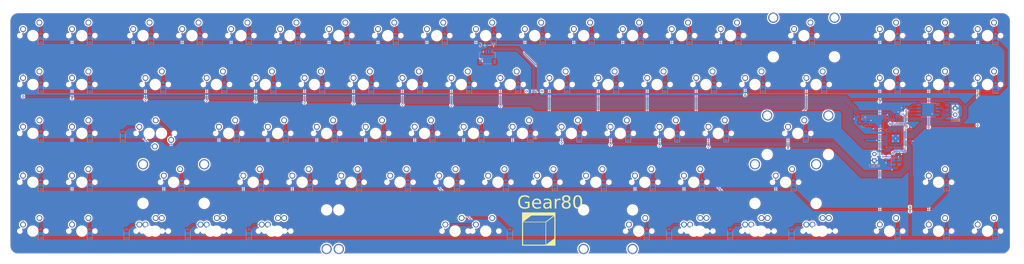
<source format=kicad_pcb>
(kicad_pcb (version 20221018) (generator pcbnew)
  (layers (0 "F.Cu" signal) (31 "B.Cu" signal) (34 "B.Paste" user) (35 "F.Paste" user) (36 "B.SilkS" user "B.Silkscreen") (37 "F.SilkS" user "F.Silkscreen") (38 "B.Mask" user) (39 "F.Mask" user) (44 "Edge.Cuts" user))
  (net 0 "")
  (net 1 "GND")
  (net 2 "Net-(BOOT1-Pad2)")
  (net 3 "+1V1")
  (net 4 "+3V3")
  (net 5 "XIN")
  (net 6 "+5V")
  (net 7 "ROW0")
  (net 8 "Net-(D1-A)")
  (net 9 "ROW1")
  (net 10 "Net-(D2-A)")
  (net 11 "ROW2")
  (net 12 "Net-(D3-A)")
  (net 13 "ROW3")
  (net 14 "Net-(D4-A)")
  (net 15 "ROW4")
  (net 16 "Net-(D5-A)")
  (net 17 "COL0")
  (net 18 "Net-(D6-A)")
  (net 19 "COL1")
  (net 20 "Net-(D7-A)")
  (net 21 "COL2")
  (net 22 "Net-(D8-A)")
  (net 23 "COL3")
  (net 24 "Net-(D9-A)")
  (net 25 "COL4")
  (net 26 "Net-(D10-A)")
  (net 27 "COL5")
  (net 28 "Net-(D11-A)")
  (net 29 "COL6")
  (net 30 "Net-(D12-A)")
  (net 31 "COL7")
  (net 32 "Net-(D13-A)")
  (net 33 "COL8")
  (net 34 "Net-(D14-A)")
  (net 35 "COL9")
  (net 36 "Net-(D15-A)")
  (net 37 "COL10")
  (net 38 "Net-(D16-A)")
  (net 39 "COL11")
  (net 40 "Net-(D17-A)")
  (net 41 "COL12")
  (net 42 "Net-(D18-A)")
  (net 43 "COL13")
  (net 44 "Net-(D19-A)")
  (net 45 "COL14")
  (net 46 "Net-(D20-A)")
  (net 47 "COL15")
  (net 48 "Net-(D21-A)")
  (net 49 "COL16")
  (net 50 "Net-(D22-A)")
  (net 51 "COL17")
  (net 52 "Net-(D23-A)")
  (net 53 "COL18")
  (net 54 "Net-(D24-A)")
  (net 55 "Net-(D25-A)")
  (net 56 "Net-(D26-A)")
  (net 57 "Net-(D27-A)")
  (net 58 "Net-(D28-A)")
  (net 59 "Net-(D29-A)")
  (net 60 "Net-(D30-A)")
  (net 61 "Net-(D31-A)")
  (net 62 "Net-(D32-A)")
  (net 63 "Net-(D33-A)")
  (net 64 "Net-(D34-A)")
  (net 65 "Net-(D35-A)")
  (net 66 "Net-(D36-A)")
  (net 67 "Net-(D37-A)")
  (net 68 "Net-(D38-A)")
  (net 69 "Net-(D40-A)")
  (net 70 "Net-(D41-A)")
  (net 71 "Net-(D43-A)")
  (net 72 "Net-(D44-A)")
  (net 73 "Net-(D45-A)")
  (net 74 "Net-(D46-A)")
  (net 75 "Net-(D47-A)")
  (net 76 "Net-(D48-A)")
  (net 77 "Net-(D49-A)")
  (net 78 "Net-(D50-A)")
  (net 79 "Net-(D51-A)")
  (net 80 "Net-(D52-A)")
  (net 81 "Net-(D53-A)")
  (net 82 "Net-(D54-A)")
  (net 83 "Net-(D55-A)")
  (net 84 "Net-(D56-A)")
  (net 85 "Net-(D57-A)")
  (net 86 "Net-(D58-A)")
  (net 87 "Net-(D59-A)")
  (net 88 "Net-(D60-A)")
  (net 89 "Net-(D61-A)")
  (net 90 "Net-(D62-A)")
  (net 91 "Net-(D63-A)")
  (net 92 "Net-(D64-A)")
  (net 93 "Net-(D65-A)")
  (net 94 "Net-(D66-A)")
  (net 95 "Net-(D67-A)")
  (net 96 "Net-(D68-A)")
  (net 97 "Net-(D69-A)")
  (net 98 "Net-(D70-A)")
  (net 99 "Net-(D71-A)")
  (net 100 "Net-(D72-A)")
  (net 101 "Net-(D73-A)")
  (net 102 "Net-(D74-A)")
  (net 103 "Net-(D75-A)")
  (net 104 "Net-(D76-A)")
  (net 105 "Net-(D77-A)")
  (net 106 "Net-(D78-A)")
  (net 107 "Net-(D79-A)")
  (net 108 "Net-(D80-A)")
  (net 109 "Net-(D81-A)")
  (net 110 "Net-(D86-A)")
  (net 111 "USB_D+")
  (net 112 "USB_D-")
  (net 113 "SWCLK")
  (net 114 "SWD")
  (net 115 "RESET")
  (net 116 "Net-(U1-USB_DP)")
  (net 117 "Net-(U1-USB_DM)")
  (net 118 "XOUT")
  (net 119 "Net-(R6-Pad1)")
  (net 120 "QSPI_SS")
  (net 121 "Net-(C14-Pad2)")
  (net 126 "QSPI_SD3")
  (net 127 "QSPI_SCLK")
  (net 128 "QSPI_SD0")
  (net 129 "QSPI_SD2")
  (net 130 "QSPI_SD1")
  (net 133 "Net-(D42-A)")
  (footprint "PCM_marbastlib-mx:SW_MX_1u" (layer "F.Cu") (at -53.681162 145.18228)
    (fp_text reference "MX5" hide)
    (fp_text value "MX_SW_HS" hide)
  )
  (footprint "PCM_marbastlib-mx:SW_MX_1.25u" (layer "F.Cu") (at -65.587412 221.38228)
    (fp_text reference "MX83" hide)
    (fp_text value "MX_SW_HS" hide)
  )
  (footprint "PCM_marbastlib-mx:SW_MX_1u" (layer "F.Cu") (at 122.531338 202.33228)
    (fp_text reference "MX67" hide)
    (fp_text value "MX_SW_HS" hide)
  )
  (footprint "PCM_marbastlib-mx:SW_MX_1u" (layer "F.Cu") (at -134.643662 183.28228)
    (fp_text reference "MX40" hide)
    (fp_text value "MX_SW_HS" hide)
  )
  (footprint "PCM_marbastlib-mx:SW_MX_1u" (layer "F.Cu") (at 17.756338 183.28228)
    (fp_text reference "MX47" hide)
    (fp_text value "MX_SW_HS" hide)
  )
  (footprint "PCM_marbastlib-mx:SW_MX_1.25u" (layer "F.Cu") (at -41.774912 221.38228)
    (fp_text reference "MX84" hide)
    (fp_text value "MX_SW_HS" hide)
  )
  (footprint "PCM_marbastlib-mx:SW_MX_1u" (layer "F.Cu") (at -63.206162 164.23228)
    (fp_text reference "MX23" hide)
    (fp_text value "MX_SW_HS" hide)
  )
  (footprint "PCM_marbastlib-mx:SW_MX_1u" (layer "F.Cu") (at 103.481338 202.33228)
    (fp_text reference "MX66" hide)
    (fp_text value "MX_SW_HS" hide)
  )
  (footprint "PCM_marbastlib-mx:SW_MX_1.5u" (layer "F.Cu") (at 170.156338 221.38228)
    (fp_text reference "MX78" hide)
    (fp_text value "MX_SW_HS" hide)
  )
  (footprint "PCM_marbastlib-mx:SW_MX_1.25u" (layer "F.Cu") (at -89.399912 221.38228)
    (fp_text reference "MX82" hide)
    (fp_text value "MX_SW_HS" hide)
  )
  (footprint "PCM_marbastlib-mx:SW_MX_1u" (layer "F.Cu") (at 236.831338 221.38228)
    (fp_text reference "MX81" hide)
    (fp_text value "MX_SW_HS" hide)
  )
  (footprint "PCM_marbastlib-mx:SW_MX_1u" (layer "F.Cu") (at -34.631162 145.18228)
    (fp_text reference "MX6" hide)
    (fp_text value "MX_SW_HS" hide)
  )
  (footprint "PCM_marbastlib-mx:SW_MX_1u" (layer "F.Cu") (at -134.643662 145.18228)
    (fp_text reference "MX1" hide)
    (fp_text value "MX_SW_HS" hide)
  )
  (footprint "PCM_marbastlib-mx:SW_MX_1u" (layer "F.Cu") (at 217.781338 145.18228)
    (fp_text reference "MX18" hide)
    (fp_text value "MX_SW_HS" hide)
  )
  (footprint "PCM_marbastlib-mx:SW_MX_1u" (layer "F.Cu") (at -29.868662 202.33228)
    (fp_text reference "MX59" hide)
    (fp_text value "MX_SW_HS" hide)
  )
  (footprint "PCM_marbastlib-mx:SW_MX_1u" (layer "F.Cu") (at 84.431338 202.33228)
    (fp_text reference "MX65" hide)
    (fp_text value "MX_SW_HS" hide)
  )
  (footprint "PCM_marbastlib-mx:SW_MX_1.5u" (layer "F.Cu") (at 170.156338 164.23228)
    (fp_text reference "MX35" hide)
    (fp_text value "MX_SW_HS" hide)
  )
  (footprint "PCM_marbastlib-mx:SW_MX_1u" (layer "F.Cu") (at 41.568838 145.18228)
    (fp_text reference "MX10" hide)
    (fp_text value "MX_SW_HS" hide)
  )
  (footprint "PCM_marbastlib-mx:SW_MX_1u" (layer "F.Cu") (at -91.781162 145.18228)
    (fp_text reference "MX3" hide)
    (fp_text value "MX_SW_HS" hide)
  )
  (footprint "PCM_marbastlib-mx:SW_MX_1u" (layer "F.Cu") (at -79.874912 202.33228)
    (fp_text reference "MX57" hide)
    (fp_text value "MX_SW_HS" hide)
  )
  (footprint "PCM_marbastlib-mx:SW_MX_1u" (layer "F.Cu") (at -134.643662 164.23228)
    (fp_text reference "MX20" hide)
    (fp_text value "MX_SW_HS" hide)
  )
  (footprint "PCM_marbastlib-mx:SW_MX_1u" (layer "F.Cu") (at -134.643662 221.38228)
    (fp_text reference "MX70" hide)
    (fp_text value "MX_SW_HS" hide)
  )
  (footprint "PCM_marbastlib-mx:SW_MX_1.25u" (layer "F.Cu") (at 124.912588 221.38228)
    (fp_text reference "MX87" hide)
    (fp_text value "MX_SW_HS" hide)
  )
  (footprint "PCM_marbastlib-mx:SW_MX_1u" (layer "F.Cu") (at 113.006338 183.28228)
    (fp_text reference "MX52" hide)
    (fp_text value "MX_SW_HS" hide)
  )
  (footprint "PCM_marbastlib-mx:SW_MX_1u" (layer "F.Cu") (at -15.581162 145.18228)
    (fp_text reference "MX7" hide)
    (fp_text value "MX_SW_HS" hide)
  )
  (footprint "PCM_marbastlib-mx:SW_MX_1u" (layer "F.Cu") (at 146.343838 164.23228)
    (fp_text reference "MX34" hide)
    (fp_text value "MX_SW_HS" hide)
  )
  (footprint "PCM_marbastlib-mx:SW_MX_1u" (layer "F.Cu") (at -6.056162 164.23228)
    (fp_text reference "MX26" hide)
    (fp_text value "MX_SW_HS" hide)
  )
  (footprint "PCM_marbastlib-mx:SW_MX_1u" (layer "F.Cu") (at -134.643662 202.33228)
    (fp_text reference "MX55" hide)
    (fp_text value "MX_SW_HS" hide)
  )
  (footprint "PCM_marbastlib-mx:SW_MX_1u" (layer "F.Cu") (at 79.668838 145.18228)
    (fp_text reference "MX12" hide)
    (fp_text value "MX_SW_HS" hide)
  )
  (footprint "PCM_marbastlib-mx:SW_MX_1u" (layer "F.Cu") (at -115.593662 202.33228)
    (fp_text reference "MX56" hide)
    (fp_text value "MX_SW_HS" hide)
  )
  (footprint "PCM_marbastlib-mx:SW_MX_1u" (layer "F.Cu") (at 146.343838 221.38228)
    (fp_text reference "MX77" hide)
    (fp_text value "MX_SW_HS" hide)
  )
  (footprint "PCM_marbastlib-mx:SW_MX_1u" (layer "F.Cu") (at 27.281338 202.33228)
    (fp_text reference "MX62" hide)
    (fp_text value "MX_SW_HS" hide)
  )
  (footprint "PCM_marbastlib-mx:SW_MX_1u" (layer "F.Cu") (at 70.143838 164.23228)
    (fp_text reference "MX30" hide)
    (fp_text value "MX_SW_HS" hide)
  )
  (footprint "PCM_marbastlib-mx:SW_MX_1u" (layer "F.Cu") (at 158.250088 202.33228)
    (fp_text reference "MX68" hide)
    (fp_text value "MX_SW_HS" hide)
  )
  (footprint "PCM_marbastlib-mx:SW_MX_1u" (layer "F.Cu") (at 217.781338 221.38228)
    (fp_text reference "MX80" hide)
    (fp_text value "MX_SW_HS" hide)
  )
  (footprint "PCM_marbastlib-mx:SW_MX_1u" (layer "F.Cu") (at 217.781338 202.33228)
    (fp_text reference "MX69" hide)
    (fp_text value "MX_SW_HS" hide)
  )
  (footprint "PCM_marbastlib-mx:SW_MX_1u" (layer "F.Cu") (at -63.206162 221.38228)
    (fp_text reference "MX73" hide)
    (fp_text value "MX_SW_HS" hide)
  )
  (footprint "PCM_marbastlib-mx:SW_MX_1u" (layer "F.Cu") (at -1.293662 183.28228)
    (fp_text reference "MX46" hide)
    (fp_text value "MX_SW_HS" hide)
  )
  (footprint "PCM_marbastlib-mx:SW_MX_1.5u" (layer "F.Cu") (at 122.531338 221.38228)
    (fp_text reference "MX76" hide)
    (fp_text value "MX_SW_HS" hide)
  )
  (footprint "PCM_marbastlib-mx:SW_MX_1.25u" (layer "F.Cu") (at 101.100089 221.38228)
    (fp_text reference "MX86" hide)
    (fp_text value "MX_SW_HS" hide)
  )
  (footprint "PCM_marbastlib-mx:SW_MX_1u" (layer "F.Cu") (at -72.731162 145.18228)
    (fp_text reference "MX4" hide)
    (fp_text value "MX_SW_HS" hide)
  )
  (footprint "PCM_marbastlib-mx:SW_MX_1.75u" (layer "F.Cu") (at -84.637412 183.28228 180)
    (fp_text reference "MX42" hide)
    (fp_text value "MX_SW_HS" hide)
  )
  (footprint "PCM_marbastlib-mx:SW_MX_1u" (layer "F.Cu") (at 163.012588 183.28228)
    (fp_text reference "MX54" hide)
    (fp_text value "MX_SW_HS" hide)
  )
  (footprint "PCM_marbastlib-mx:SW_MX_1u" (layer "F.Cu") (at -44.156162 164.23228)
    (fp_text reference "MX24" hide)
    (fp_text value "MX_SW_HS" hide)
  )
  (footprint "PCM_marbastlib-mx:SW_MX_1u" (layer "F.Cu") (at 198.731338 164.23228)
    (fp_text reference "MX36" hide)
    (fp_text value "MX_SW_HS" hide)
  )
  (footprint "PCM_marbastlib-mx:SW_MX_1u" (layer "F.Cu") (at -58.443662 183.28228)
    (fp_text reference "MX43" hide)
    (fp_text value "MX_SW_HS" hide)
  )
  (footprint "PCM_marbastlib-mx:SW_MX_1u" (layer "F.Cu") (at 89.193838 164.23228)
    (fp_text reference "MX31" hide)
    (fp_text value "MX_SW_HS" hide)
  )
  (footprint "PCM_marbastlib-mx:SW_MX_1.5u" (layer "F.Cu") (at -87.018662 221.38228)
    (fp_text reference "MX72" hide)
    (fp_text value "MX_SW_HS" hide)
  )
  (footprint "PCM_marbastlib-mx:SW_MX_1u" (layer "F.Cu") (at 60.618838 145.18228)
    (fp_text reference "MX11" hide)
    (fp_text value "MX_SW_HS" hide)
  )
  (footprint "PCM_marbastlib-mx:SW_MX_1u" (layer "F.Cu") (at 29.662588 221.38228)
    (fp_text reference "MX85" hide)
    (fp_text value "MX_SW_HS" hide)
  )
  (footprint "PCM_marbastlib-mx:SW_MX_1u" (layer "F.Cu") (at 236.831338 164.23228)
    (fp_text reference "MX38" hide)
    (fp_text value "MX_SW_HS" hide)
  )
  (footprint "test:qwerqwer" (layer "F.Cu") (at 62.206338 220.58853)
    (fp_text reference "G***" hide)
    (fp_text value "LOGO" hide)
  )
  (footprint "PCM_marbastlib-mx:SW_MX_1u" (layer "F.Cu") (at 22.518838 145.18228)
    (fp_text reference "MX9" hide)
    (fp_text value "MX_SW_HS" hide)
  )
  (footprint "PCM_marbastlib-mx:SW_MX_1u" (layer "F.Cu") (at 65.381338 202.33228)
    (fp_text reference "MX64" hide)
    (fp_text value "MX_SW_HS" hide)
  )
  (footprint "PCM_marbastlib-mx:SW_MX_1u" (layer "F.Cu") (at 32.043838 164.23228)
    (fp_text reference "MX28" hide)
    (fp_text value "MX_SW_HS" hide)
  )
  (footprint "PCM_marbastlib-mx:SW_MX_1u" (layer "F.Cu") (at 36.806338 183.28228)
    (fp_text reference "MX48" hide)
    (fp_text value "MX_SW_HS" hide)
  )
  (footprint "PCM_marbastlib-mx:SW_MX_1.75u_STP_1.25" (layer "F.Cu") (at -89.399912 183.28228)
    (fp_text reference "MX39" hide)
    (fp_text value "MX_SW_HS" hide)
  )
  (footprint "PCM_marbastlib-mx:SW_MX_1u" (layer "F.Cu") (at 55.856338 183.28228)
    (fp_text reference "MX49" hide)
    (fp_text value "MX_SW_HS" hide)
  )
  (footprint "PCM_marbastlib-mx:SW_MX_1u" (layer "F.Cu") (at 236.831338 145.18228)
    (fp_text reference "MX19" hide)
    (fp_text value "MX_SW_HS" hide)
  )
  (footprint "PCM_marbastlib-mx:SW_MX_1u" (layer "F.Cu") (at -39.393662 183.28228)
    (fp_text reference "MX44" hide)
    (fp_text value "MX_SW_HS" hide)
  )
  (footprint "PCM_marbastlib-mx:SW_MX_1u" (layer "F.Cu") (at 8.231338 202.33228)
    (fp_text reference "MX61" hide)
    (fp_text value "MX_SW_HS" hide)
  )
  (footprint "PCM_marbastlib-mx:SW_MX_1u" (layer "F.Cu") (at 136.818838 145.18228)
    (fp_text reference "MX15" hide)
    (fp_text value "MX_SW_HS" hide)
  )
  (footprint "PCM_marbastlib-mx:SW_MX_1u" (layer "F.Cu") (at -20.343662 183.28228)
    (fp_text reference "MX45" hide)
    (fp_text value "MX_SW_HS" hide)
  )
  (footprint "PCM_marbastlib-mx:SW_MX_1u" (layer "F.Cu") (at 74.906338 183.28228)
    (fp_text reference "MX50" hide)
    (fp_text value "MX_SW_HS" hide)
  )
  (footprint "PCM_marbastlib-mx:SW_MX_1u" (layer "F.Cu") (at 198.731338 221.38228)
    (fp_text reference "MX79" hide)
    (fp_text value "MX_SW_HS" hide)
  )
  (footprint "PCM_marbastlib-mx:SW_MX_1u" (layer "F.Cu") (at 98.718838 145.18228)
    (fp_text reference "MX13" hide)
    (fp_text value "MX_SW_HS" hide)
  )
  (footprint "PCM_marbastlib-mx:SW_MX_1u" (layer "F.Cu") (at 3.468838 145.18228)
    (fp_text reference "MX8" hide)
    (fp_text value "MX_SW_HS" hide)
  )
  (footprint "PCM_marbastlib-mx:SW_MX_1.25u" (layer "F.Cu") (at 148.725088 221.38228)
    (fp_text reference "MX88" hide)
    (fp_text value "MX_SW_HS" hide)
  )
  (footprint "PCM_marbastlib-mx:SW_MX_1u" (layer "F.Cu") (at -25.106162 164.23228)
    (fp_text reference "MX25" hide)
    (fp_text value "MX_SW_HS" hide)
  )
  (footprint "PCM_marbastlib-mx:SW_MX_1u" (layer "F.Cu") (at -115.593662 183.28228)
    (fp_text reference "MX41" hide)
    (fp_text value "MX_SW_HS" hide)
  )
  (footprint "PCM_marbastlib-mx:SW_MX_1u" (layer "F.Cu") (at 108.243838 164.23228)
    (fp_text reference "MX32" hide)
    (fp_text value "MX_SW_HS" hide)
  )
  (footprint "PCM_marbastlib-mx:SW_MX_1u" (layer "F.Cu") (at -115.593662 221.38228)
    (fp_text reference "MX71" hide)
    (fp_text value "MX_SW_HS" hide)
  )
  (footprint "PCM_marbastlib-mx:SW_MX_1u" (layer "F.Cu") (at 165.393838 145.18228)
    (fp_text reference "MX16" hide)
    (fp_text value "MX_SW_HS" hide)
  )
  (footprint "PCM_marbastlib-mx:SW_MX_1u" (layer "F.Cu") (at 132.056338 183.28228)
    (fp_text reference "MX53" hide)
    (fp_text value "MX_SW_HS" hide)
  )
  (footprint "PCM_marbastlib-mx:SW_MX_1u" (layer "F.Cu") (at 46.331338 202.33228)
    (fp_text reference "MX63" hide)
    (fp_text value "MX_SW_HS" hide)
  )
  (footprint "PCM_marbastlib-mx:SW_MX_1u" (layer "F.Cu") (at 93.956338 183.28228)
    (fp_text reference "MX51" hide)
    (fp_text value "MX_SW_HS" hide)
  )
  (footprint "PCM_marbastlib-mx:SW_MX_1u" (layer "F.Cu") (at -48.918662 202.33228)
    (fp_text reference "MX58" hide)
    (fp_text value "MX_SW_HS" hide)
  )
  (footprint "PCM_marbastlib-mx:SW_MX_1u" (layer "F.Cu") (at 127.293838 164.23228)
    (fp_text reference "MX33" hide)
    (fp_text value "MX_SW_HS" hide)
  )
  (footprint "PCM_marbastlib-mx:SW_MX_1u" (layer "F.Cu") (at 41.568838 221.38228)
    (fp_text reference "MX75" hide)
    (fp_text value "MX_SW_HS" hide)
  )
  (footprint "PCM_marbastlib-mx:SW_MX_1u" (layer "F.Cu") (at -115.593662 145.18228)
    (fp_text reference "MX2" hide)
    (fp_text value "MX_SW_HS" hide)
  )
  (footprint "PCM_marbastlib-mx:SW_MX_1u" (layer "F.Cu") (at -10.818662 202.33228)
    (fp_text reference "MX60" hide)
    (fp_text value "MX_SW_HS" hide)
  )
  (footprint "PCM_marbastlib-mx:SW_MX_1.5u" (layer "F.Cu") (at -39.393662 221.38228)
    (fp_text reference "MX74" hide)
    (fp_text value "MX_SW_HS" hide)
  )
  (footprint "PCM_marbastlib-mx:SW_MX_1u" (layer "F.Cu") (at 51.093838 164.23228)
    (fp_text reference "MX29" hide)
    (fp_text value "MX_SW_HS" hide)
  )
  (footprint "PCM_marbastlib-mx:SW_MX_1u" (layer "F.Cu") (at 198.731338 145.18228)
    (fp_text reference "MX17" hide)
    (fp_text value "MX_SW_HS" hide)
  )
  (footprint "PCM_marbastlib-mx:SW_MX_1u" (layer "F.Cu") (at 12.993838 164.23228)
    (fp_text reference "MX27" hide)
    (fp_text value "MX_SW_HS" hide)
  )
  (footprint "PCM_marbastlib-mx:SW_MX_1.25u" (layer "F.Cu") (at 172.537588 221.38228)
    (fp_text reference "MX89" hide)
    (fp_text value "MX_SW_HS" hide)
  )
  (footprint "PCM_marbastlib-mx:SW_MX_1u" (layer "F.Cu") (at -115.593662 164.23228)
    (fp_text reference "MX21" hide)
    (fp_text value "MX_SW_HS" hide)
  )
  (footprint "PCM_marbastlib-mx:SW_MX_1.5u" (layer "F.Cu") (at -87.018662 164.23228)
    (fp_text reference "MX22" hide)
    (fp_text value "MX_SW_HS" hide)
  )
  (footprint "PCM_marbastlib-mx:SW_MX_1u" (layer "F.Cu") (at 117.768838 145.18228)
    (fp_text reference "MX14" hide)
    (fp_text value "MX_SW_HS" hide)
  )
  (footprint "PCM_marbastlib-mx:SW_MX_1u" (layer "F.Cu") (at 217.781338 164.23228)
    (fp_text reference "MX37" hide)
    (fp_text value "MX_SW_HS" hide)
  )
  (footprint "Diode_SMD:D_SOD-123" (layer "B.Cu") (at 68.484374 203.306869 90)
    (fp_text reference "D64" hide)
    (fp_text value "D_Small")
  )
  (footprint "Diode_SMD:D_SOD-123" (layer "B.Cu") (at -22.003126 165.206869 90)
    (fp_text reference "D25" hide)
    (fp_text value "D_Small")
  )
  (footprint "Diode_SMD:D_SOD-123" (layer "B.Cu") (at -12.478126 146.156869 90)
    (fp_text reference "D7" hide)
    (fp_text value "D_Small")
  )
  (footprint "Diode_SMD:D_SOD-123" (layer "B.Cu") (at 136.746874 222.356869 90)
    (fp_text reference "D77" hide)
    (fp_text value "D_Small")
  )
  (footprint "Diode_SMD:D_SOD-123" (layer "B.Cu") (at 130.396874 165.206869 90)
    (fp_text reference "D33" hide)
    (fp_text value "D_Small")
  )
  (footprint "Diode_SMD:D_SOD-123" (layer "B.Cu") (at -112.490626 146.156869 90)
    (fp_text reference "D2" hide)
    (fp_text value "D_Small")
  )
  (footprint "Diode_SMD:D_SOD-123" (layer "B.Cu") (at 220.884374 203.306869 90)
    (fp_text reference "D69" hide)
    (fp_text value "D_Small")
  )
  (footprint "Diode_SMD:D_SOD-123" (layer "B.Cu") (at 6.571874 146.156869 90)
    (fp_text reference "D8" hide)
    (fp_text value "D_Small")
  )
  (footprint "Diode_SMD:D_SOD-123" (layer "B.Cu") (at 82.771874 146.156869 90)
    (fp_text reference "D12" hide)
    (fp_text value "D_Small")
  )
  (footprint "Resistor_SMD:R_0402_1005Metric" (layer "B.Cu") (at 196.16229 191.862086 -90)
    (fp_text reference "R7" hide)
    (fp_text value "5.1k")
  )
  (footprint "Diode_SMD:D_SOD-123" (layer "B.Cu") (at 25.621874 146.156869 90)
    (fp_text reference "D9" hide)
    (fp_text value "D_Small")
  )
  (footprint "Diode_SMD:D_SOD-123" (layer "B.Cu") (at -74.38872 222.356869 90)
    (fp_text reference "D73" hide)
    (fp_text value "D_Small")
  )
  (footprint "Diode_SMD:D_SOD-123" (layer "B.Cu") (at -131.540626 184.256869 90)
    (fp_text reference "D40" hide)
    (fp_text value "D_Small")
  )
  (footprint "Capacitor_SMD:C_0402_1005Metric" (layer "B.Cu") (at 191.210755 179.655213 90)
    (fp_text reference "C16" hide)
    (fp_text value "1u")
  )
  (footprint "Diode_SMD:D_SOD-123" (layer "B.Cu") (at 120.871874 146.156869 90)
    (fp_text reference "D14" hide)
    (fp_text value "D_Small")
  )
  (footprint "PCM_marbastlib-mx:STAB_MX_P_2.25u" (layer "B.Cu") (at -79.874912 202.33228 180)
    (fp_text reference "S3" hide)
    (fp_text value "stb")
  )
  (footprint "Capacitor_SMD:C_0402_1005Metric" (layer "B.Cu") (at 202.619271 176.580437 90)
    (fp_text reference "C3" hide)
    (fp_text value "100n")
  )
  (footprint "Diode_SMD:D_SOD-123" (layer "B.Cu") (at -131.540626 146.156869 90)
    (fp_text reference "D1" hide)
    (fp_text value "D_Small")
  )
  (footprint "Diode_SMD:D_SOD-123" (layer "B.Cu") (at 239.934374 222.356869 90)
    (fp_text reference "D81" hide)
    (fp_text value "D_Small")
  )
  (footprint "Capacitor_SMD:C_0402_1005Metric" (layer "B.Cu") (at 198.253819 177.599191 90)
    (fp_text reference "C1" hide)
    (fp_text value "1u")
  )
  (footprint "Diode_SMD:D_SOD-123" (layer "B.Cu") (at 20.859374 184.256869 90)
    (fp_text reference "D47" hide)
    (fp_text value "D_Small")
  )
  (footprint "Diode_SMD:D_SOD-123" (layer "B.Cu") (at 161.353124 203.306869 90)
    (fp_text reference "D68" hide)
    (fp_text value "D_Small")
  )
  (footprint "Diode_SMD:D_SOD-123" (layer "B.Cu") (at 54.196874 165.206869 90)
    (fp_text reference "D29" hide)
    (fp_text value "D_Small")
  )
  (footprint "Diode_SMD:D_SOD-123" (layer "B.Cu") (at 168.496874 146.156869 90)
    (fp_text reference "D16" hide)
    (fp_text value "D_Small" hide)
  )
  (footprint "Diode_SMD:D_SOD-123" (layer "B.Cu") (at -41.053126 165.206869 90)
    (fp_text reference "D24" hide)
    (fp_text value "D_Small")
  )
  (footprint "Capacitor_SMD:C_0402_1005Metric" (layer "B.Cu") (at 206.916716 186.252969)
    (fp_text reference "C6" hide)
    (fp_text value "100n" hide)
  )
  (footprint "Diode_SMD:D_SOD-123" (layer "B.Cu") (at 139.921874 146.156869 90)
    (fp_text reference "D15" hide)
    (fp_text value "D_Small")
  )
  (footprint "Diode_SMD:D_SOD-123" (layer "B.Cu") (at 63.721874 146.156869 90)
    (fp_text reference "D11" hide)
    (fp_text value "D_Small")
  )
  (footprint "PCM_marbastlib-mx:STAB_MX_P_7u" (layer "B.Cu") (at 41.568838 221.38228)
    (fp_text reference "S1" hide)
    (fp_text value "stb")
  )
  (footprint "Capacitor_SMD:C_0402_1005Metric" (layer "B.Cu") (at 192.887158 181.47815 180)
    (fp_text reference "C4" hide)
    (fp_text value "100n")
  )
  (footprint "Package_DFN_QFN:QFN-56-1EP_7x7mm_P0.4mm_EP3.2x3.2mm" (layer "B.Cu") (at 201.038182 185.261015 180)
    (fp_text reference "U1" hide)
    (fp_text value "RP2040")
  )
  (footprint "Diode_SMD:D_SOD-123" (layer "B.Cu") (at -50.57622 222.356869 90)
    (fp_text reference "D74" hide)
    (fp_text value "D_Small")
  )
  (footprint "Diode_SMD:D_SOD-123" (layer "B.Cu") (at 125.634374 203.306869 90)
    (fp_text reference "D67" hide)
    (fp_text value "D_Small")
  )
  (footprint "Capacitor_SMD:C_0402_1005Metric" (layer "B.Cu") (at 197.367641 192.847803 -90)
    (fp_text reference "C2" hide)
    (fp_text value "100n")
  )
  (footprint "Diode_SMD:D_SOD-123" (layer "B.Cu") (at 201.834374 222.356869 90)
    (fp_text reference "D79" hide)
    (fp_text value "D_Small")
  )
  (footprint "Capacitor_SMD:C_0402_1005Metric" (layer "B.Cu") (at 205.000682 173.348515 180)
    (fp_text reference "C12" hide)
    (fp_text value "1u")
  )
  (footprint "Diode_SMD:D_SOD-123" (layer "B.Cu") (at 78.009374 184.256869 90)
    (fp_text reference "D50" hide)
    (fp_text value "D_Small")
  )
  (footprint "Diode_SMD:D_SOD-123" (layer "B.Cu") (at -76.771876 203.306869 90)
    (fp_text reference "D57" hide)
    (fp_text value "D_Small")
  )
  (footprint "PCM_marbastlib-mx:STAB_MX_P_6.25u" (layer "B.Cu") (at 29.662588 221.38228)
    (fp_text reference "S2" hide)
    (fp_text value "stb")
  )
  (footprint "Diode_SMD:D_SOD-123" (layer "B.Cu") (at -112.490626 203.306869 90)
    (fp_text reference "D56" hide)
    (fp_text value "D_Small")
  )
  (footprint "Diode_SMD:D_SOD-123" (layer "B.Cu") (at -98.20122 222.356869 90)
    (fp_text reference "D72" hide)
    (fp_text value "D_Small")
  )
  (footprint "Diode_SMD:D_SOD-123" (layer "B.Cu") (at 220.884374 165.206869 90)
    (fp_text reference "D37" hide)
    (fp_text value "D_Small" hide)
  )
  (footprint "Diode_SMD:D_SOD-123" (layer "B.Cu") (at 39.909374 184.256869 90)
    (fp_text reference "D48" hide)
    (fp_text value "D_Small")
  )
  (footprint "Capacitor_SMD:C_0402_1005Metric" (layer "B.Cu") (at 206.901932 181.867057)
    (fp_text reference "C8" hide)
    (fp_text value "100n" hide)
  )
  (footprint "Capacitor_SMD:C_0402_1005Metric" (layer "B.Cu") (at 195.019894 186.048992 180)
    (fp_text reference "C9" hide)
    (fp_text value "100n")
  )
  (footprint "Diode_SMD:D_SOD-123" (layer "B.Cu") (at 116.109374 184.256869 90)
    (fp_text reference "D52" hide)
    (fp_text value "D_Small")
  )
  (footprint "Resistor_SMD:R_0402_1005Metric" (layer "B.Cu") (at 221.193472 172.242265 180)
    (fp_text reference "R6" hide)
    (fp_text value "5.1k")
  )
  (footprint "Connector_JST:JST_SH_SM04B-SRSS-TB_1x04-1MP_P1.00mm_Horizontal" (layer "B.Cu") (at 42.191182 153.49478 180)
    (fp_text reference "J3" hide)
    (fp_text value "Conn_01x04")
  )
  (footprint "Diode_SMD:D_SOD-123" (layer "B.Cu") (at 97.059374 184.256869 90)
    (fp_text reference "D51" hide)
    (fp_text value "D_Small")
  )
  (footprint "Capacitor_SMD:C_0402_1005Metric" (layer "B.Cu") (at 198.56843 194.949728 90)
    (fp_text reference "C14" hide)
    (fp_text value "22p")
  )
  (footprint "Diode_SMD:D_SOD-123" (layer "B.Cu") (at 35.146874 165.206869 90)
    (fp_text reference "D28" hide)
    (fp_text value "D_Small")
  )
  (footprint "Diode_SMD:D_SOD-123" (layer "B.Cu") (at 239.934374 146.156869 90)
    (fp_text reference "D19" hide)
    (fp_text value "D_Small" hide)
  )
  (footprint "Diode_SMD:D_SOD-123" (layer "B.Cu") (at 49.434374 203.306869 90)
    (fp_text reference "D63" hide)
    (fp_text value "D_Small")
  )
  (footprint "Diode_SMD:D_SOD-123" (layer "B.Cu") (at -99.643494 184.265751 90)
    (fp_text reference "D42" hide)
    (fp_text value "D_Small")
  )
  (footprint "Diode_SMD:D_SOD-123" (layer "B.Cu") (at 220.884374 146.156869 90)
    (fp_text reference "D18" hide)
    (fp_text value "D_Small" hide)
  )
  (footprint "Diode_SMD:D_SOD-123" (layer "B.Cu") (at -112.490626 222.356869 90)
    (fp_text reference "D71" hide)
    (fp_text value "D_Small")
  )
  (footprint "Diode_SMD:D_SOD-123" (layer "B.Cu") (at 111.346874 165.206869 90)
    (fp_text reference "D32" hide)
    (fp_text value "D_Small")
  )
  (footprint "Package_TO_SOT_SMD:SOT-23-3" (layer "B.Cu") (at 188.379505 179.175213 180)
    (fp_text reference "U4" hide)
    (fp_text value "XC6206P332MR")
  )
  (footprint "Diode_SMD:D_SOD-123" (layer "B.Cu") (at 239.934374 165.206869 90)
    (fp_text reference "D38" hide)
    (fp_text value "D_Small" hide)
  )
  (footprint "Diode_SMD:D_SOD-123" (layer "B.Cu") (at 101.821874 146.156869 90)
    (fp_text reference "D13" hide)
    (fp_text value "D_Small")
  )
  (footprint "Diode_SMD:D_SOD-123" (layer "B.Cu") (at 106.584374 203.306869 90)
    (fp_text reference "D66" hide)
    (fp_text value "D_Small")
  )
  (footprint "Capacitor_SMD:C_0402_1005Metric" (layer "B.Cu") (at 197.083866 177.589822 90)
    (fp_text reference "C11" hide)
    (fp_text value "100n")
  )
  (footprint "Diode_SMD:D_SOD-123" (layer "B.Cu") (at 201.834374 165.206869 90)
    (fp_text reference "D36" hide)
    (fp_text value "D_Small")
  )
  (footprint "Capacitor_SMD:C_0402_1005Metric" (layer "B.Cu") (at 186.448255 176.793963 180)
    (fp_text reference "C15" hide)
    (fp_text value "1u")
  )
  (footprint "Diode_SMD:D_SOD-123" (layer "B.Cu") (at -36.290626 184.256869 90)
    (fp_text reference "D44" hide)
    (fp_text value "D_Small")
  )
  (footprint "Diode_SMD:D_SOD-123" (layer "B.Cu") (at 104.203124 222.356869 90)
    (fp_text reference "D86" hide)
    (fp_text value "D_Small")
  )
  (footprint "Diode_SMD:D_SOD-123" (layer "B.Cu") (at 92.296874 165.206869 90)
    (fp_text reference "D31" hide)
    (fp_text value "D_Small")
  )
  (footprint "Capacitor_SMD:C_0402_1005Metric" (layer "B.Cu") (at 198.486933 192.85467 -90)
    (fp_text reference "C7" hide)
    (fp_text value "100n")
  )
  (footprint "Diode_SMD:D_SOD-123" (layer "B.Cu") (at -83.915626 165.206869 90)
    (fp_text reference "D22" hide)
    (fp_text value "D_Small")
  )
  (footprint "Diode_SMD:D_SOD-123" (layer "B.Cu") (at -69.628126 146.156869 90)
    (fp_text reference "D4" hide)
    (fp_text value "D_Small")
  )
  (footprint "Resistor_SMD:R_0402_1005Metric" (layer "B.Cu") (at 221.193472 176.040598 180)
    (fp_text reference "R9" hide)
    (fp_text value "1k")
  )
  (footprint "Package_SO:SOIC-8_5.23x5.23mm_P1.27mm" (layer "B.Cu") (at 213.731932 174.142265 180)
    (fp_text reference "U3" hide)
    (fp_text value "W25Q128JVSIQ" hide)
  )
  (footprint "Diode_SMD:D_SOD-123" (layer "B.Cu") (at -50.578126 146.156869 90)
    (fp_text reference "D5" hide)
    (fp_text value "D_Small")
  )
  (footprint "Diode_SMD:D_SOD-123" (layer "B.Cu") (at 73.246874 165.206869 90)
    (fp_text reference "D30" hide)
    (fp_text value "D_Small")
  )
  (footprint "Diode_SMD:D_SOD-123" (layer "B.Cu") (at 11.334374 203.306869 90)
    (fp_text reference "D61" hide)
    (fp_text value "D_Small")
  )
  (footprint "Capacitor_SMD:C_0402_1005Metric" (layer "B.Cu") (at 195.475682 181.286015 90)
    (fp_text reference "C5" hide)
    (fp_text value "1u")
  )
  (footprint "Diode_SMD:D_SOD-123" (layer "B.Cu") (at 87.534374 203.306869 90)
    (fp_text reference "D65" hide)
    (fp_text value "D_Small")
  )
  (footprint "Diode_SMD:D_SOD-123" (layer "B.Cu") (at -112.490626 184.256869 90)
    (fp_text reference "D41" hide)
    (fp_text value "D_Small")
  )
  (footprint "Diode_SMD:D_SOD-123" (layer "B.Cu") (at -26.765626 203.306869 90)
    (fp_text reference "D59" hide)
    (fp_text value "D_Small")
  )
  (footprint "Capacitor_SMD:C_0402_1005Metric" (layer "B.Cu") (at 201.508765 176.580765 90)
    (fp_text reference "C10" hide)
    (fp_text value "100n")
  )
  (footprint "Connector_PinSocket_2.54mm:PinSocket_1x02_P2.54mm_Vertical" (layer "B.Cu") (at 224.262107 173.494951 180)
    (fp_text reference "BOOT1" hide)
    (fp_text value "SW_Push")
  )
  (footprint "Diode_SMD:D_SOD-123" (layer "B.Cu") (at 135.159374 184.256869 90)
    (fp_text reference "D53" hide)
    (fp_text value "D_Small")
  )
  (footprint "PCM_marbastlib-mx:STAB_MX_P_2u" (layer "B.Cu") (at 165.393838 145.18228 180)
    (fp_text reference "S4" hide)
    (fp_text value "stb")
  )
  (footprint "Crystal:Crystal_SMD_3225-4Pin_3.2x2.5mm" (layer "B.Cu") (at 201.328892 194.578919)
    (fp_text reference "Y1" hide)
    (fp_text value "X322512MSB4SI")
  )
  (footprint "Diode_SMD:D_SOD-123" (layer "B.Cu") (at -131.540626 203.306869 90)
    (fp_text reference "D55" hide)
    (fp_text value "D_Small")
  )
  (footprint "Diode_SMD:D_SOD-123" (layer "B.Cu") (at 220.884374 222.356869 90)
    (fp_text reference "D80" hide)
    (fp_text value "D_Small")
  )
  (footprint "Diode_SMD:D_SOD-123" (layer "B.Cu") (at 173.259374 165.206869 90)
    (fp_text reference "D35" hide)
    (fp_text value "D_Small")
  )
  (footprint "Resistor_SMD:R_0402_1005Metric" (layer "B.Cu") (at 221.193472 174.142265)
    (fp_text reference "R8" hide)
    (fp_text value "5.1k")
  )
  (footprint "Diode_SMD:D_SOD-123" (layer "B.Cu") (at -131.540626 165.206869 90)
    (fp_text reference "D20" hide)
    (fp_text value "D_Small")
  )
  (footprint "Diode_SMD:D_SOD-123" (layer "B.Cu") (at 16.096874 165.206869 90)
    (fp_text reference "D27" hide)
    (fp_text value "D_Small")
  )
  (footprint "Diode_SMD:D_SOD-123" (layer "B.Cu") (at 112.934374 222.356869 90)
    (fp_text reference "D76" hide)
    (fp_text value "D_Small")
  )
  (footprint "Diode_SMD:D_SOD-123" (layer "B.Cu") (at -17.240626 184.256869 90)
    (fp_text reference "D45" hide)
    (fp_text value "D_Small")
  )
  (footprint "Connector_PinSocket_2.54mm:PinSocket_1x02_P2.54mm_Vertical" (layer "B.Cu") (at 192.815131 193.893688)
    (fp_text reference "RESET1" hide)
    (fp_text value "SW_Push")
  )
  (footprint "Resistor_SMD:R_0402_1005Metric" (layer "B.Cu") (at 199.351414 178.00978 -90)
    (fp_text reference "R2" hide)
    (fp_text value "27")
  )
  (footprint "Diode_SMD:D_SOD-123" (layer "B.Cu") (at -131.540626 222.356869 90)
    (fp_text reference "D70" hide)
    (fp_text value "D_Small")
  )
  (footprint "Diode_SMD:D_SOD-123" (layer "B.Cu") (at 30.384374 203.306869 90)
    (fp_text reference "D62" hide)
    (fp_text value "D_Small")
  )
  (footprint "Capacitor_SMD:C_0402_1005Metric" (layer "B.Cu") (at 201.22589 196.85527)
    (fp_text reference "C13" hide)
    (fp_text value "22p")
  )
  (footprint "Diode_SMD:D_SOD-123" (layer "B.Cu") (at -45.815626 203.306869 90)
    (fp_text reference "D58" hide)
    (fp_text value "D_Small")
  )
  (footprint "Diode_SMD:D_SOD-123" (layer "B.Cu") (at 166.115624 184.256869 90)
    (fp_text reference "D54" hide)
    (fp_text value "D_Small")
  )
  (footprint "Diode_SMD:D_SOD-123" (layer "B.Cu") (at -55.340626 184.256869 90)
    (fp_text reference "D43" hide)
    (fp_text value "D_Small")
  )
  (footprint "Diode_SMD:D_SOD-123" (layer "B.Cu") (at -31.528126 146.156869 90)
    (fp_text reference "D6" hide)
    (fp_text value "D_Small")
  )
  (footprint "Diode_SMD:D_SOD-123" (layer "B.Cu") (at 51.021874 222.356869 90)
    (fp_text reference "D75" hide)
    (fp_text value "D_Small")
  )
  (footprint "Resistor_SMD:R_0402_1005Metric" (layer "B.Cu") (at 200.364272 178.01593 -90)
    (fp_text reference "R1" hide)
    (fp_text value "27")
  )
  (footprint "Resistor_SMD:R_0402_1005Metric" (layer "B.Cu") (at 200.731479 192.281967)
    (fp_text reference "R5" hide)
    (fp_text value "1k")
  )
  (footprint "Diode_SMD:D_SOD-123" (layer "B.Cu") (at 160.559374 222.356869 90)
    (fp_text reference "D78" hide)
    (fp_text value "D_Small")
  )
  (footprint "Diode_SMD:D_SOD-123" (layer "B.Cu") (at 1.809374 184.256869 90)
    (fp_text reference "D46" hide)
    (fp_text value "D_Small")
  )
  (footprint "Diode_SMD:D_SOD-123" (layer "B.Cu") (at 44.671874 146.156869 90)
    (fp_text reference "D10" hide)
    (fp_text value "D_Small")
  )
  (footprint "Diode_SMD:D_SOD-123" (layer "B.Cu") (at 58.959374 184.256869 90)
    (fp_text reference "D49")
    (fp_text value "D_Small")
  )
  (footprint "Diode_SMD:D_SOD-123" (layer "B.Cu") (at 149.446874 165.206869 90)
    (fp_text reference "D34" hide)
    (fp_text value "D_Small")
  )
  (footprint "Diode_SMD:D_SOD-123" (layer "B.Cu") (at -2.953126 165.206869 90)
    (fp_text reference "D26" hide)
    (fp_text value "D_Small")
  )
  (footprint "Diode_SMD:D_SOD-123" (layer "B.Cu") (at -88.678126 146.156869 90)
    (fp_text reference "D3" hide)
    (fp_text value "D_Small")
  )
  (footprint "PCM_marbastlib-mx:STAB_MX_P_2.25u" (layer "B.Cu") (at 163.012588 183.28228 180)
    (fp_text reference "S5" hide)
    (fp_text value "stb")
  )
  (footprint "Diode_SMD:D_SOD-123" (layer "B.Cu") (at -112.490626 165.206869 90)
    (fp_text reference "D21" hide)
    (fp_text value "D_Small")
  )
  (footprint "Diode_SMD:D_SOD-123" (layer "B.Cu") (at -60.103126 165.206869 90)
    (fp_text reference "D23" hide)
    (fp_text value "D_Small")
  )
  (footprint "PCM_marbastlib-mx:STAB_MX_P_2.75u" (layer "B.Cu") (at 158.250088 202.33228 180)
    (fp_text reference "S6" hide)
    (fp_text value "stb")
  )
  (footprint "Diode_SMD:D_SOD-123" (layer "B.Cu") (at 201.834374 146.156869 90)
    (fp_text reference "D17" hide)
    (fp_text value "D_Small" hide)
  )
  (footprint "Diode_SMD:D_SOD-123" (layer "B.Cu") (at -7.715626 203.306869 90)
    (fp_text reference "D60" hide)
    (fp_text value "D_Small")
  )
  (gr_line (start 242.562588 230.11353) (end -140.374912 230.11353) (stroke (width 0.1)) (layer "Edge.Cuts"))
  (gr_arc (start 242.562588 136.45103) (mid 244.683908 137.32971) (end 245.562588 139.45103) (stroke (width 0.1)) (layer "Edge.Cuts"))
  (gr_arc (start -143.374912 139.45103) (mid -142.496232 137.32971) (end -140.374912 136.45103) (stroke (width 0.1)) (layer "Edge.Cuts"))
  (gr_line (start -143.374912 227.11353) (end -143.374912 139.45103) (stroke (width 0.1)) (layer "Edge.Cuts"))
  (gr_line (start 245.562588 139.45103) (end 245.562588 227.11353) (stroke (width 0.1)) (layer "Edge.Cuts"))
  (gr_line (start -140.374912 136.45103) (end 242.562588 136.45103) (stroke (width 0.1)) (layer "Edge.Cuts"))
  (gr_arc (start -140.374912 230.11353) (mid -142.496232 229.23485) (end -143.374912 227.11353) (stroke (width 0.1)) (layer "Edge.Cuts"))
  (gr_arc (start 245.562588 227.11353) (mid 244.683897 229.234827) (end 242.562588 230.11353) (stroke (width 0.1)) (layer "Edge.Cuts"))
  (gr_text "BOOT" (at 224.36898 178.162601) (layer "B.SilkS") (effects (font (size 1 1)) (justify mirror)))
  (gr_text "V-+G" (at 45.483513 149.751908) (layer "B.SilkS") (effects (font (size 1.5 1.5) (thickness 0.3) bold) (justify left bottom mirror)))
  (gr_text "RESET" (at 192.815864 196.066276) (layer "B.SilkS") (effects (font (size 1 1)) (justify mirror)))
  (gr_text "Gear80" (at 53.792588 213.44478) (layer "F.SilkS") (effects (font (size 5 5) (thickness 0.5)) (justify left bottom)))
  (segment (start 203.416406 191.515639) (end 203.031864 191.515639) (width 0.2) (layer "F.Cu") (net 1))
  (segment (start 190.515679 178.258263) (end 191.506648 178.258263) (width 0.2) (layer "F.Cu") (net 1))
  (segment (start 189.223781 176.966365) (end 190.515679 178.258263) (width 0.2) (layer "F.Cu") (net 1))
  (segment (start 189.223781 176.966365) (end 188.566604 177.623542) (width 0.2) (layer "F.Cu") (net 1))
  (segment (start 202.027545 197.448573) (end 203.416406 196.059712) (width 0.2) (layer "F.Cu") (net 1))
  (segment (start 203.416406 196.059712) (end 203.416406 191.515639) (width 0.2) (layer "F.Cu") (net 1))
  (segment (start 197.367129 194.754656) (end 197.367129 195.141714) (width 0.2) (layer "F.Cu") (net 1))
  (segment (start 197.367129 195.141714) (end 199.673988 197.448573) (width 0.2) (layer "F.Cu") (net 1))
  (segment (start 202.190445 192.357058) (end 199.764727 192.357058) (width 0.2) (layer "F.Cu") (net 1))
  (segment (start 188.566604 177.623542) (end 184.979266 177.623542) (width 0.2) (layer "F.Cu") (net 1))
  (segment (start 199.764727 192.357058) (end 197.367129 194.754656) (width 0.2) (layer "F.Cu") (net 1))
  (segment (start 203.031864 191.515639) (end 202.190445 192.357058) (width 0.2) (layer "F.Cu") (net 1))
  (segment (start 199.673988 197.448573) (end 202.027545 197.448573) (width 0.2) (layer "F.Cu") (net 1))
  (via (at 202.090748 174.960632) (size 0.8) (drill 0.4) (layers "F.Cu" "B.Cu") (net 1))
  (via (at 191.506648 178.258263) (size 0.8) (drill 0.4) (layers "F.Cu" "B.Cu") (net 1))
  (via (at 203.416406 191.515639) (size 0.8) (drill 0.4) (layers "F.Cu" "B.Cu") (net 1))
  (via (at 202.057968 184.246153) (size 0.8) (drill 0.4) (layers "F.Cu" "B.Cu") (net 1))
  (via (at 202.190445 192.357058) (size 0.8) (drill 0.4) (layers "F.Cu" "B.Cu") (net 1))
  (via (at 192.407158 181.47815) (size 0.8) (drill 0.4) (layers "F.Cu" "B.Cu") (net 1))
  (via (at 215.319432 175.729765) (size 0.8) (drill 0.4) (layers "F.Cu" "B.Cu") (net 1))
  (via (at 202.062847 186.28568) (size 0.8) (drill 0.4) (layers "F.Cu" "B.Cu") (net 1))
  (via (at 197.367129 194.754656) (size 0.8) (drill 0.4) (layers "F.Cu" "B.Cu") (net 1))
  (via (at 207.862588 186.29478) (size 0.8) (drill 0.4) (layers "F.Cu" "B.Cu") (net 1))
  (via (at 184.979266 177.623542) (size 0.8) (drill 0.4) (layers "F.Cu" "B.Cu") (net 1))
  (via (at 207.025024 180.87508) (size 0.8) (drill 0.4) (layers "F.Cu" "B.Cu") (net 1))
  (via (at 201.038204 185.251279) (size 0.8) (drill 0.4) (layers "F.Cu" "B.Cu") (net 1))
  (via (at 40.691182 151.49478) (size 0.8) (drill 0.4) (layers "F.Cu" "B.Cu") (net 1))
  (via (at 197.903931 176.035515) (size 0.8) (drill 0.4) (layers "F.Cu" "B.Cu") (net 1))
  (via (at 193.640151 186.048992) (size 0.8) (drill 0.4) (layers "F.Cu" "B.Cu") (net 1))
  (via (at 203.413182 173.348515) (size 0.8) (drill 0.4) (layers "F.Cu" "B.Cu") (net 1))
  (via (at 189.223781 176.966365) (size 0.8) (drill 0.4) (layers "F.Cu" "B.Cu") (net 1))
  (via (at 200.02332 186.290559) (size 0.8) (drill 0.4) (layers "F.Cu" "B.Cu") (net 1))
  (via (at 199.673988 197.448573) (size 0.8) (drill 0.4) (layers "F.Cu" "B.Cu") (net 1))
  (via (at 200.008682 184.236394) (size 0.8) (drill 0.4) (layers "F.Cu" "B.Cu") (net 1))
  (segment (start 190.448474 178.225213) (end 189.517005 178.225213) (width 0.2) (layer "B.Cu") (net 1))
  (segment (start 207.381932 181.867057) (end 207.381932 181.231988) (width 0.2) (layer "B.Cu") (net 1))
  (segment (start 207.381932 181.231988) (end 207.025024 180.87508) (width 0.2) (layer "B.Cu") (net 1))
  (segment (start 201.509093 176.100437) (end 201.508765 176.100765) (width 0.2) (layer "B.Cu") (net 1))
  (segment (start 202.619271 176.100437) (end 202.619271 175.489155) (width 0.2) (layer "B.Cu") (net 1))
  (segment (start 204.520682 173.348515) (end 203.413182 173.348515) (width 0.2) (layer "B.Cu") (net 1))
  (segment (start 202.428892 193.728919) (end 201.728892 193.728919) (width 0.2) (layer "B.Cu") (net 1))
  (segment (start 201.228892 195.072226) (end 200.872199 195.428919) (width 0.2) (layer "B.Cu") (net 1))
  (segment (start 201.228892 194.228919) (end 201.228892 195.072226) (width 0.2) (layer "B.Cu") (net 1))
  (segment (start 200.872199 195.428919) (end 200.228892 195.428919) (width 0.2) (layer "B.Cu") (net 1))
  (segment (start 200.267291 196.85527) (end 199.673988 197.448573) (width 0.2) (layer "B.Cu") (net 1))
  (segment (start 189.517005 177.259589) (end 189.223781 176.966365) (width 0.2) (layer "B.Cu") (net 1))
  (segment (start 191.506648 178.258263) (end 191.210755 178.554156) (width 0.2) (layer "B.Cu") (net 1))
  (segment (start 185.968255 176.793963) (end 185.968255 179.574095) (width 0.2) (layer "B.Cu") (net 1))
  (segment (start 207.396716 186.252969) (end 207.820777 186.252969) (width 0.2) (layer "B.Cu") (net 1))
  (segment (start 198.56843 195.429728) (end 200.228083 195.429728) (width 0.2) (layer "B.Cu") (net 1))
  (segment (start 200.74589 196.85527) (end 200.267291 196.85527) (width 0.2) (layer "B.Cu") (net 1))
  (segment (start 197.650379 176.035515) (end 197.083866 176.602028) (width 0.2) (layer "B.Cu") (net 1))
  (segment (start 197.083866 176.602028) (end 197.083866 177.109822) (width 0.2) (layer "B.Cu") (net 1))
  (segment (start 195.475682 180.806015) (end 195.475682 177.317265) (width 0.2) (layer "B.Cu") (net 1))
  (segment (start 200.228083 195.429728) (end 200.228892 195.428919) (width 0.2) (layer "B.Cu") (net 1))
  (segment (start 197.367641 194.754144) (end 197.367129 194.754656) (width 0.2) (layer "B.Cu") (net 1))
  (segment (start 200.74589 195.945917) (end 200.228892 195.428919) (width 0.2) (layer "B.Cu") (net 1))
  (segment (start 193.640151 186.048992) (end 194.539894 186.048992) (width 0.2) (layer "B.Cu") (net 1))
  (segment (start 185.808845 176.793963) (end 184.979266 177.623542) (width 0.2) (layer "B.Cu") (net 1))
  (segment (start 185.968255 176.793963) (end 185.808845 176.793963) (width 0.2) (layer "B.Cu") (net 1))
  (segment (start 202.619271 176.100437) (end 201.509093 176.100437) (width 0.2) (layer "B.Cu") (net 1))
  (segment (start 202.619271 175.489155) (end 202.090748 174.960632) (width 0.2) (layer "B.Cu") (net 1))
  (segment (start 189.111849 178.908179) (end 189.372145 178.908179) (width 0.2) (layer "B.Cu") (net 1))
  (segment (start 200.74589 196.85527) (end 200.74589 195.945917) (width 0.2) (layer "B.Cu") (net 1))
  (segment (start 217.331932 176.047265) (end 215.636932 176.047265) (width 0.2) (layer "B.Cu") (net 1))
  (segment (start 198.253819 176.385403) (end 198.253819 177.119191) (width 0.2) (layer "B.Cu") (net 1))
  (segment (start 187.816493 180.203535) (end 189.111849 178.908179) (width 0.2) (layer "B.Cu") (net 1))
  (segment (start 215.636932 176.047265) (end 215.319432 175.729765) (width 0.2) (layer "B.Cu") (net 1))
  (segment (start 202.428892 192.595505) (end 202.190445 192.357058) (width 0.2) (layer "B.Cu") (net 1))
  (segment (start 202.038182 188.698515) (end 202.038182 190.137415) (width 0.2) (layer "B.Cu") (net 1))
  (segment (start 197.903931 176.035515) (end 198.253819 176.385403) (width 0.2) (layer "B.Cu") (net 1))
  (segment (start 189.517005 178.763319) (end 189.517005 178.225213) (width 0.2) (layer "B.Cu") (net 1))
  (segment (start 191.210755 179.175213) (end 191.210755 178.987494) (width 0.2) (layer "B.Cu") (net 1))
  (segment (start 201.728892 193.728919) (end 201.228892 194.228919) (width 0.2) (layer "B.Cu") (net 1))
  (segment (start 191.210755 178.987494) (end 190.448474 178.225213) (width 0.2) (layer "B.Cu") (net 1))
  (segment (start 185.968255 179.574095) (end 186.597695 180.203535) (width 0.2) (layer "B.Cu") (net 1))
  (segment (start 186.597695 180.203535) (end 187.816493 180.203535) (width 0.2) (layer "B.Cu") (net 1))
  (segment (start 197.367129 194.754656) (end 198.042201 195.429728) (width 0.2) (layer "B.Cu") (net 1))
  (segment (start 191.210755 178.554156) (end 191.210755 179.175213) (width 0.2) (layer "B.Cu") (net 1))
  (segment (start 201.508765 175.542615) (end 201.508765 176.100765) (width 0.2) (layer "B.Cu") (net 1))
  (segment (start 202.428892 193.728919) (end 202.428892 192.595505) (width 0.2) (layer "B.Cu") (net 1))
  (segment (start 202.038182 190.137415) (end 203.416406 191.515639) (width 0.2) (layer "B.Cu") (net 1))
  (segment (start 196.757432 176.035515) (end 197.903931 176.035515) (width 0.2) (layer "B.Cu") (net 1))
  (segment (start 197.903931 176.035515) (end 197.650379 176.035515) (width 0.2) (layer "B.Cu") (net 1))
  (segment (start 207.820777 186.252969) (end 207.862588 186.29478) (width 0.2) (layer "B.Cu") (net 1))
  (segment (start 189.517005 178.225213) (end 189.517005 177.259589) (width 0.2) (layer "B.Cu") (net 1))
  (segment (start 195.475682 177.317265) (end 196.757432 176.035515) (width 0.2) (layer "B.Cu") (net 1))
  (segment (start 197.367129 194.454474) (end 198.486933 193.33467) (width 0.2) (layer "B.Cu") (net 1))
  (segment (start 198.042201 195.429728) (end 198.56843 195.429728) (width 0.2) (layer "B.Cu") (net 1))
  (segment (start 189.372145 178.908179) (end 189.517005 178.763319) (width 0.2) (layer "B.Cu") (net 1))
  (segment (start 197.367129 194.754656) (end 197.367129 194.454474) (width 0.2) (layer "B.Cu") (net 1))
  (segment (start 197.367641 193.327803) (end 197.367641 194.754144) (width 0.2) (layer "B.Cu") (net 1))
  (segment (start 202.090748 174.960632) (end 201.508765 175.542615) (width 0.2) (layer "B.Cu") (net 1))
  (segment (start 221.703472 176.040598) (end 224.25646 176.040598) (width 0.25) (layer "B.Cu") (net 2))
  (segment (start 224.25646 176.040598) (end 224.262107 176.034951) (width 0.25) (layer "B.Cu") (net 2))
  (segment (start 204.795685 190.270518) (end 200.811467 190.270518) (width 0.2) (layer "F.Cu") (net 3))
  (segment (start 203.758098 175.637265) (end 204.795685 176.674852) (width 0.2) (layer "F.Cu") (net 3))
  (segment (start 198.916802 179.577208) (end 204.674378 179.577208) (width 0.2) (layer "F.Cu") (net 3))
  (segment (start 204.795685 190.270518) (end 204.795685 179.698515) (width 0.2) (layer "F.Cu") (net 3))
  (segment (start 204.795685 176.674852) (end 204.795685 179.698515) (width 0.2) (layer "F.Cu") (net 3))
  (segment (start 204.674378 179.577208) (end 204.795685 179.698515) (width 0.2) (layer "F.Cu") (net 3))
  (segment (start 200.811467 190.270518) (end 200.139181 190.942804) (width 0.2) (layer "F.Cu") (net 3))
  (via (at 203.758098 175.637265) (size 0.8) (drill 0.4) (layers "F.Cu" "B.Cu") (net 3))
  (via (at 198.916802 179.577208) (size 0.8) (drill 0.4) (layers "F.Cu" "B.Cu") (net 3))
  (via (at 200.139181 190.942804) (size 0.8) (drill 0.4) (layers "F.Cu" "B.Cu") (net 3))
  (segment (start 203.758098 175.92161) (end 203.758098 175.637265) (width 0.2) (layer "B.Cu") (net 3))
  (segment (start 198.916802 179.577208) (end 199.238182 179.898588) (width 0.2) (layer "B.Cu") (net 3))
  (segment (start 202.619271 177.060437) (end 203.758098 175.92161) (width 0.2) (layer "B.Cu") (net 3))
  (segment (start 197.835863 191.521505) (end 197.367641 191.989727) (width 0.2) (layer "B.Cu") (net 3))
  (segment (start 200.438182 188.698515) (end 200.438182 190.220246) (width 0.2) (layer "B.Cu") (net 3))
  (segment (start 202.619271 177.439592) (end 202.619271 177.060437) (width 0.2) (layer "B.Cu") (net 3))
  (segment (start 201.238182 180.286015) (end 201.238182 181.823515) (width 0.2) (layer "B.Cu") (net 3))
  (segment (start 198.916802 179.577208) (end 198.253819 178.914225) (width 0.2) (layer "B.Cu") (net 3))
  (segment (start 199.238182 179.898588) (end 199.238182 181.823515) (width 0.2) (layer "B.Cu") (net 3))
  (segment (start 202.012765 178.046098) (end 202.619271 177.439592) (width 0.2) (layer "B.Cu") (net 3))
  (segment (start 202.619271 177.060437) (end 202.616593 177.060437) (width 0.2) (layer "B.Cu") (net 3))
  (segment (start 201.238182 180.286015) (end 202.012765 179.511432) (width 0.2) (layer "B.Cu") (net 3))
  (segment (start 197.367641 191.989727) (end 197.367641 192.367803) (width 0.2) (layer "B.Cu") (net 3))
  (segment (start 200.139181 190.881373) (end 199.958118 190.70031) (width 0.2) (layer "B.Cu") (net 3))
  (segment (start 200.139181 190.942804) (end 200.139181 190.881373) (width 0.2) (layer "B.Cu") (net 3))
  (segment (start 200.438182 190.220246) (end 199.958118 190.70031) (width 0.2) (layer "B.Cu") (net 3))
  (segment (start 199.136921 191.521505) (end 197.835863 191.521505) (width 0.2) (layer "B.Cu") (net 3))
  (segment (start 202.012765 179.511432) (end 202.012765 178.046098) (width 0.2) (layer "B.Cu") (net 3))
  (segment (start 198.253819 178.914225) (end 198.253819 178.079191) (width 0.2) (layer "B.Cu") (net 3))
  (segment (start 199.958118 190.70031) (end 199.136921 191.521505) (width 0.2) (layer "B.Cu") (net 3))
  (segment (start 205.195685 180.248603) (end 205.504985 180.557903) (width 0.2) (layer "F.Cu") (net 4))
  (segment (start 205.195685 174.545518) (end 205.195685 180.248603) (width 0.2) (layer "F.Cu") (net 4))
  (segment (start 196.162588 192.39478) (end 198.466823 192.39478) (width 0.25) (layer "F.Cu") (net 4))
  (segment (start 198.466823 192.39478) (end 198.486933 192.37467) (width 0.25) (layer "F.Cu") (net 4))
  (via (at 205.195685 174.545518) (size 0.8) (drill 0.4) (layers "F.Cu" "B.Cu") (net 4))
  (via (at 196.162588 192.39478) (size 0.8) (drill 0.4) (layers "F.Cu" "B.Cu") (net 4))
  (via (at 205.504985 180.557903) (size 0.8) (drill 0.4) (layers "F.Cu" "B.Cu") (net 4))
  (via (at 198.486933 192.37467) (size 0.8) (drill 0.4) (layers "F.Cu" "B.Cu") (net 4))
  (segment (start 201.031932 187.616176) (end 203.016826 187.616176) (width 0.2) (layer "B.Cu") (net 4))
  (segment (start 197.853819 178.839775) (end 197.083866 178.069822) (width 0.2) (layer "B.Cu") (net 4))
  (segment (start 195.475682 181.766015) (end 196.269432 181.766015) (width 0.3) (layer "B.Cu") (net 4))
  (segment (start 200.838182 191.491185) (end 200.6674 191.661967) (width 0.2) (layer "B.Cu") (net 4))
  (segment (start 199.164772 187.616176) (end 201.031932 187.616176) (width 0.2) (layer "B.Cu") (net 4))
  (segment (start 192.73738 180.135213) (end 193.376108 180.773941) (width 0.3) (layer "B.Cu") (net 4))
  (segment (start 200.838182 182.467265) (end 201.031932 182.661015) (width 0.2) (layer "B.Cu") (net 4))
  (segment (start 198.838182 182.473515) (end 198.650682 182.661015) (width 0.2) (layer "B.Cu") (net 4))
  (segment (start 205.627974 182.661015) (end 206.421932 181.867057) (width 0.2) (layer "B.Cu") (net 4))
  (segment (start 196.269432 178.884256) (end 197.083866 178.069822) (width 0.3) (layer "B.Cu") (net 4))
  (segment (start 200.838182 181.823515) (end 200.838182 179.892265) (width 0.2) (layer "B.Cu") (net 4))
  (segment (start 198.650682 182.661015) (end 200.238182 182.661015) (width 0.2) (layer "B.Cu") (net 4))
  (segment (start 204.475682 186.261015) (end 206.42867 186.261015) (width 0.2) (layer "B.Cu") (net 4))
  (segment (start 198.438182 186.261015) (end 198.650682 186.048515) (width 0.2) (layer "B.Cu") (net 4))
  (segment (start 199.048671 192.37467) (end 198.486933 192.37467) (width 0.2) (layer "B.Cu") (net 4))
  (segment (start 198.650682 187.102086) (end 199.164772 187.616176) (width 0.2) (layer "B.Cu") (net 4))
  (segment (start 210.135073 171.69478) (end 210.862588 170.967265) (width 0.2) (layer "B.Cu") (net 4))
  (segment (start 210.131932 171.69478) (end 210.135073 171.69478) (width 0.2) (layer "B.Cu") (net 4))
  (segment (start 198.838182 181.823515) (end 198.838182 180.488538) (width 0.2) (layer "B.Cu") (net 4))
  (segment (start 200.438182 181.823515) (end 200.438182 180.292265) (width 0.2) (layer "B.Cu") (net 4))
  (segment (start 200.438182 182.461015) (end 200.238182 182.661015) (width 0.2) (layer "B.Cu") (net 4))
  (segment (start 193.376108 180.773941) (end 193.376108 181.471353) (width 0.3) (layer "B.Cu") (net 4))
  (segment (start 198.650682 186.048515) (end 198.650682 187.102086) (width 0.2) (layer "B.Cu") (net 4))
  (segment (start 203.451269 187.181733) (end 203.451269 183.152954) (width 0.2) (layer "B.Cu") (net 4))
  (segment (start 205.195685 174.270817) (end 205.480682 173.98582) (width 0.2) (layer "B.Cu") (net 4))
  (segment (start 205.504985 181.631712) (end 205.504985 180.557903) (width 0.2) (layer "B.Cu") (net 4))
  (segment (start 189.517005 180.125213) (end 191.200755 180.125213) (width 0.3) (layer "B.Cu") (net 4))
  (segment (start 220.683472 172.242265) (end 220.683472 171.873134) (width 0.2) (layer "B.Cu") (net 4))
  (segment (start 193.888182 182.079765) (end 194.681932 182.079765) (width 0.3) (layer "B.Cu") (net 4))
  (segment (start 198.838182 180.488538) (end 197.853819 179.504175) (width 0.2) (layer "B.Cu") (net 4))
  (segment (start 193.376108 181.471353) (end 193.376108 181.567691) (width 0.3) (layer "B.Cu") (net 4))
  (segment (start 199.761374 191.661967) (end 199.048671 192.37467) (width 0.2) (layer "B.Cu") (net 4))
  (segment (start 203.451269 186.752954) (end 203.943208 186.261015) (width 0.2) (layer "B.Cu") (net 4))
  (segment (start 191.210755 180.135213) (end 192.73738 180.135213) (width 0.3) (layer "B.Cu") (net 4))
  (segment (start 198.438182 181.823515) (end 198.438182 180.088538) (width 0.2) (layer "B.Cu") (net 4))
  (segment (start 191.200755 180.125213) (end 191.210755 180.135213) (width 0.3) (layer "B.Cu") (net 4))
  (segment (start 204.475682 182.661015) (end 205.504985 181.631712) (width 0.2) (layer "B.Cu") (net 4))
  (segment (start 198.838182 181.823515) (end 198.838182 182.473515) (width 0.2) (layer "B.Cu") (net 4))
  (segment (start 197.600682 182.661015) (end 198.650682 182.661015) (width 0.2) (layer "B.Cu") (net 4))
  (segment (start 203.943208 186.261015) (end 204.475682 186.261015) (width 0.2) (layer "B.Cu") (net 4))
  (segment (start 197.600682 186.261015) (end 198.438182 186.261015) (width 0.2) (layer "B.Cu") (net 4))
  (segment (start 203.451269 187.181733) (end 203.451269 186.752954) (width 0.2) (layer "B.Cu") (net 4))
  (segment (start 200.838182 188.698515) (end 200.838182 191.491185) (width 0.2) (layer "B.Cu") (net 4))
  (segment (start 207.699432 172.237265) (end 210.131932 172.237265) (width 0.2) (layer "B.Cu") (net 4))
  (segment (start 197.853819 179.504175) (end 197.853819 178.839775) (width 0.2) (layer "B.Cu") (net 4))
  (segment (start 205.480682 173.98582) (end 205.480682 173.348515) (width 0.2) (layer "B.Cu") (net 4))
  (segment (start 201.508765 179.221682) (end 201.508765 177.060765) (width 0.2) (layer "B.Cu") (net 4))
  (segment (start 193.376108 181.567691) (end 193.888182 182.079765) (width 0.3) (layer "B.Cu") (net 4))
  (segment (start 198.438182 181.823515) (end 198.438182 182.448515) (width 0.2) (layer "B.Cu") (net 4))
  (segment (start 203.451269 183.152954) (end 203.943208 182.661015) (width 0.2) (layer "B.Cu") (net 4))
  (segment (start 196.269432 181.766015) (end 196.755682 181.766015) (width 0.3) (layer "B.Cu") (net 4))
  (segment (start 200.838182 188.698515) (end 200.838182 187.809926) (width 0.2) (layer "B.Cu") (net 4))
  (segment (start 205.480682 173.98582) (end 205.950877 173.98582) (width 0.2) (layer "B.Cu") (net 4))
  (segment (start 203.016826 187.616176) (end 203.451269 187.181733) (width 0.2) (layer "B.Cu") (net 4))
  (segment (start 196.16229 192.372086) (end 196.16229 192.394482) (width 0.25) (layer "B.Cu") (net 4))
  (segment (start 210.862588 170.967265) (end 219.777603 170.967265) (width 0.2) (layer "B.Cu") (net 4))
  (segment (start 196.755682 181.766015) (end 197.600682 182.611015) (width 0.3) (layer "B.Cu") (net 4))
  (segment (start 200.438182 180.292265) (end 201.508765 179.221682) (width 0.2) (layer "B.Cu") (net 4))
  (segment (start 198.438182 182.448515) (end 198.650682 182.661015) (width 0.2) (layer "B.Cu") (net 4))
  (segment (start 200.838182 187.809926) (end 201.031932 187.616176) (width 0.2) (layer "B.Cu") (net 4))
  (segment (start 196.16229 192.394482) (end 196.162588 192.39478) (width 0.25) (layer "B.Cu") (net 4))
  (segment (start 220.683472 171.873134) (end 219.777603 170.967265) (width 0.2) (layer "B.Cu") (net 4))
  (segment (start 200.438182 181.823515) (end 200.438182 182.461015) (width 0.2) (layer "B.Cu") (net 4))
  (segment (start 205.950877 173.98582) (end 207.699432 172.237265) (width 0.2) (layer "B.Cu") (net 4))
  (segment (start 194.681932 182.079765) (end 194.995682 181.766015) (width 0.3) (layer "B.Cu") (net 4))
  (segment (start 200.838182 181.823515) (end 200.838182 182.467265) (width 0.2) (layer "B.Cu") (net 4))
  (segment (start 205.195685 174.545518) (end 205.195685 174.270817) (width 0.2) (layer "B.Cu") (net 4))
  (segment (start 206.42867 186.261015) (end 206.436716 186.252969) (width 0.2) (layer "B.Cu") (net 4))
  (segment (start 210.131932 172.237265) (end 210.131932 171.69478) (width 0.2) (layer "B.Cu") (net 4))
  (segment (start 204.206932 182.661015) (end 201.031932 182.661015) (width 0.2) (layer "B.Cu") (net 4))
  (segment (start 200.6674 191.661967) (end 199.761374 191.661967) (width 0.2) (layer "B.Cu") (net 4))
  (segment (start 198.650682 182.661015) (end 198.650682 186.048515) (width 0.2) (layer "B.Cu") (net 4))
  (segment (start 195.711917 186.261015) (end 197.600682 186.261015) (width 0.2) (layer "B.Cu") (net 4))
  (segment (start 195.499894 186.048992) (end 195.711917 186.261015) (width 0.2) (layer "B.Cu") (net 4))
  (segment (start 196.269432 181.766015) (end 196.269432 178.884256) (width 0.3) (layer "B.Cu") (net 4))
  (segment (start 194.995682 181.766015) (end 195.475682 181.766015) (width 0.3) (layer "B.Cu") (net 4))
  (segment (start 204.475682 182.661015) (end 205.627974 182.661015) (width 0.2) (layer "B.Cu") (net 4))
  (segment (start 200.238182 182.661015) (end 201.031932 182.661015) (width 0.2) (layer "B.Cu") (net 4))
  (segment (start 201.638182 190.815552) (end 203.481641 192.659011) (width 0.2) (layer "B.Cu") (net 5))
  (segment (start 203.481641 192.659011) (end 203.481641 195.07617) (width 0.2) (layer "B.Cu") (net 5))
  (segment (start 203.481641 195.07617) (end 203.128892 195.428919) (width 0.2) (layer "B.Cu") (net 5))
  (segment (start 202.428892 195.428919) (end 202.428892 195.459726) (width 0.2) (layer "B.Cu") (net 5))
  (segment (start 203.128892 195.428919) (end 202.428892 195.428919) (width 0.2) (layer "B.Cu") (net 5))
  (segment (start 201.638182 188.698515) (end 201.638182 190.815552) (width 0.2) (layer "B.Cu") (net 5))
  (segment (start 202.428892 195.459726) (end 201.70589 196.182728) (width 0.2) (layer "B.Cu") (net 5))
  (segment (start 201.70589 196.182728) (end 201.70589 196.85527) (width 0.2) (layer "B.Cu") (net 5))
  (segment (start 59.912588 167.189584) (end 59.912588 156.870835) (width 0.3) (layer "B.Cu") (net 6))
  (segment (start 186.928255 176.793963) (end 186.928255 178.861463) (width 0.3) (layer "B.Cu") (net 6))
  (segment (start 181.35143 169.928431) (end 62.651434 169.928431) (width 0.3) (layer "B.Cu") (net 6))
  (segment (start 185.053459 174.832542) (end 185.053459 173.63046) (width 0.3) (layer "B.Cu") (net 6))
  (segment (start 44.428154 150.757808) (end 43.691182 151.49478) (width 0.3) (layer "B.Cu") (net 6))
  (segment (start 186.928255 178.861463) (end 187.242005 179.175213) (width 0.3) (layer "B.Cu") (net 6))
  (segment (start 186.928255 176.707338) (end 185.053459 174.832542) (width 0.3) (layer "B.Cu") (net 6))
  (segment (start 186.928255 176.793963) (end 186.928255 176.707338) (width 0.3) (layer "B.Cu") (net 6))
  (segment (start 59.912588 156.870835) (end 53.79956 150.757808) (width 0.3) (layer "B.Cu") (net 6))
  (segment (start 185.053459 173.63046) (end 181.35143 169.928431) (width 0.3) (layer "B.Cu") (net 6))
  (segment (start 62.651434 169.928431) (end 59.912588 167.189584) (width 0.3) (layer "B.Cu") (net 6))
  (segment (start 53.79956 150.757808) (end 44.428154 150.757808) (width 0.3) (layer "B.Cu") (net 6))
  (segment (start 212.158523 179.71978) (end 226.134645 179.71978) (width 0.2) (layer "B.Cu") (net 7))
  (segment (start 207.617287 184.261015) (end 212.158523 179.71978) (width 0.2) (layer "B.Cu") (net 7))
  (segment (start 233.628274 167.89478) (end 241.062588 167.89478) (width 0.2) (layer "B.Cu") (net 7))
  (segment (start 241.074677 147.806869) (end 239.934374 147.806869) (width 0.2) (layer "B.Cu") (net 7))
  (segment (start 226.134645 179.71978) (end 228.762588 177.091837) (width 0.2) (layer "B.Cu") (net 7))
  (segment (start 244.062588 164.89478) (end 244.062588 150.79478) (width 0.2) (layer "B.Cu") (net 7))
  (segment (start 204.475682 184.261015) (end 207.617287 184.261015) (width 0.2) (layer "B.Cu") (net 7))
  (segment (start 241.062588 167.89478) (end 244.062588 164.89478) (width 0.2) (layer "B.Cu") (net 7))
  (segment (start 25.621874 147.806869) (end 239.934374 147.806869) (width 0.2) (layer "B.Cu") (net 7))
  (segment (start 228.762588 172.760466) (end 233.628274 167.89478) (width 0.2) (layer "B.Cu") (net 7))
  (segment (start -131.540626 147.806869) (end 25.621874 147.806869) (width 0.2) (layer "B.Cu") (net 7))
  (segment (start 228.762588 177.091837) (end 228.762588 172.760466) (width 0.2) (layer "B.Cu") (net 7))
  (segment (start 244.062588 150.79478) (end 241.074677 147.806869) (width 0.2) (layer "B.Cu") (net 7))
  (segment (start -131.540626 140.665316) (end -132.103662 140.10228) (width 0.2) (layer "B.Cu") (net 8))
  (segment (start -131.540626 144.506869) (end -131.540626 140.665316) (width 0.2) (layer "B.Cu") (net 8))
  (segment (start 63.462588 166.856869) (end 57.462588 166.856869) (width 0.2) (layer "F.Cu") (net 9))
  (via (at 57.462588 166.856869) (size 0.8) (drill 0.4) (layers "F.Cu" "B.Cu") (net 9))
  (via (at 63.462588 166.856869) (size 0.8) (drill 0.4) (layers "F.Cu" "B.Cu") (net 9))
  (segment (start 57.462588 166.856869) (end 54.196874 166.856869) (width 0.2) (layer "B.Cu") (net 9))
  (segment (start 220.884374 166.856869) (end 236.262588 166.856869) (width 0.2) (layer "B.Cu") (net 9))
  (segment (start 211.992837 179.31978) (end 225.968959 179.31978) (width 0.2) (layer "B.Cu") (net 9))
  (segment (start 143.862588 166.49478) (end 144.224677 166.856869) (width 0.2) (layer "B.Cu") (net 9))
  (segment (start 236.262588 166.856869) (end 238.162588 166.856869) (width 0.2) (layer "B.Cu") (net 9))
  (segment (start 141.162588 166.49478) (end 143.862588 166.49478) (width 0.2) (layer "B.Cu") (net 9))
  (segment (start 144.224677 166.856869) (end 220.884374 166.856869) (width 0.2) (layer "B.Cu") (net 9))
  (segment (start 207.451602 183.861015) (end 211.992837 179.31978) (width 0.2) (layer "B.Cu") (net 9))
  (segment (start 228.362588 172.59478) (end 234.100499 166.856869) (width 0.2) (layer "B.Cu") (net 9))
  (segment (start 204.475682 183.861015) (end 207.451602 183.861015) (width 0.2) (layer "B.Cu") (net 9))
  (segment (start 225.968959 179.31978) (end 228.362588 176.926152) (width 0.2) (layer "B.Cu") (net 9))
  (segment (start 238.162588 166.856869) (end 239.934374 166.856869) (width 0.2) (layer "B.Cu") (net 9))
  (segment (start -131.540626 166.856869) (end 54.196874 166.856869) (width 0.2) (layer "B.Cu") (net 9))
  (segment (start 130.396874 166.856869) (end 140.800499 166.856869) (width 0.2) (layer "B.Cu") (net 9))
  (segment (start 73.246874 166.856869) (end 130.396874 166.856869) (width 0.2) (layer "B.Cu") (net 9))
  (segment (start 228.362588 176.926152) (end 228.362588 172.59478) (width 0.2) (layer "B.Cu") (net 9))
  (segment (start 63.462588 166.856869) (end 73.246874 166.856869) (width 0.2) (layer "B.Cu") (net 9))
  (segment (start 140.800499 166.856869) (end 141.162588 166.49478) (width 0.2) (layer "B.Cu") (net 9))
  (segment (start -112.490626 140.665316) (end -113.053662 140.10228) (width 0.2) (layer "B.Cu") (net 10))
  (segment (start -112.490626 144.506869) (end -112.490626 140.665316) (width 0.2) (layer "B.Cu") (net 10))
  (segment (start -83.916441 185.915751) (end -82.237412 187.59478) (width 0.2) (layer "B.Cu") (net 11))
  (segment (start 204.305075 196.252293) (end 204.305075 190.89678) (width 0.2) (layer "B.Cu") (net 11))
  (segment (start 203.111836 190.236014) (end 202.438182 189.562359) (width 0.2) (layer "B.Cu") (net 11))
  (segment (start -79.637412 187.59478) (end -79.537412 187.69478) (width 0.2) (layer "B.Cu") (net 11))
  (segment (start 202.362588 198.19478) (end 204.305075 196.252293) (width 0.2) (layer "B.Cu") (net 11))
  (segment (start -77.749501 185.906869) (end -55.340626 185.906869) (width 0.2) (layer "B.Cu") (net 11))
  (segment (start -82.237412 187.59478) (end -79.637412 187.59478) (width 0.2) (layer "B.Cu") (net 11))
  (segment (start -99.643494 185.915751) (end -83.916441 185.915751) (width 0.2) (layer "B.Cu") (net 11))
  (segment (start -79.537412 187.69478) (end -77.749501 185.906869) (width 0.2) (layer "B.Cu") (net 11))
  (segment (start 188.571947 198.19478) (end 202.362588 198.19478) (width 0.2) (layer "B.Cu") (net 11))
  (segment (start -131.540626 185.906869) (end -99.652376 185.906869) (width 0.2) (layer "B.Cu") (net 11))
  (segment (start 166.115624 185.906869) (end 176.284036 185.906869) (width 0.2) (layer "B.Cu") (net 11))
  (segment (start 203.64431 190.236015) (end 203.111836 190.236014) (width 0.2) (layer "B.Cu") (net 11))
  (segment (start 58.959374 185.906869) (end 166.115624 185.906869) (width 0.2) (layer "B.Cu") (net 11))
  (segment (start -99.652376 185.906869) (end -99.643494 185.915751) (width 0.2) (layer "B.Cu") (net 11))
  (segment (start 176.284036 185.906869) (end 188.571947 198.19478) (width 0.2) (layer "B.Cu") (net 11))
  (segment (start -55.340626 185.906869) (end 58.959374 185.906869) (width 0.2) (layer "B.Cu") (net 11))
  (segment (start 204.305075 190.89678) (end 203.64431 190.236015) (width 0.2) (layer "B.Cu") (net 11))
  (segment (start 202.438182 189.562359) (end 202.438182 188.698515) (width 0.2) (layer "B.Cu") (net 11))
  (segment (start -88.678126 144.506869) (end -88.678126 140.665316) (width 0.2) (layer "B.Cu") (net 12))
  (segment (start -88.678126 140.665316) (end -89.241162 140.10228) (width 0.2) (layer "B.Cu") (net 12))
  (segment (start 204.475682 186.661015) (end 205.42588 186.661015) (width 0.2) (layer "B.Cu") (net 13))
  (segment (start 161.353124 205.098841) (end 169.185463 212.93118) (width 0.2) (layer "B.Cu") (net 13))
  (segment (start 207.105075 188.34021) (end 207.105075 199.894821) (width 0.2) (layer "B.Cu") (net 13))
  (segment (start 214.426968 212.9304) (end 220.884374 206.472994) (width 0.2) (layer "B.Cu") (net 13))
  (segment (start 205.42588 186.661015) (end 207.105075 188.34021) (width 0.2) (layer "B.Cu") (net 13))
  (segment (start 220.884374 206.472994) (end 220.884374 204.956869) (width 0.2) (layer "B.Cu") (net 13))
  (segment (start -131.540626 204.956869) (end 125.634374 204.956869) (width 0.2) (layer "B.Cu") (net 13))
  (segment (start 125.634374 204.956869) (end 161.353124 204.956869) (width 0.2) (layer "B.Cu") (net 13))
  (segment (start 207.462588 200.252334) (end 207.462588 212.69478) (width 0.2) (layer "B.Cu") (net 13))
  (segment (start 161.353124 204.956869) (end 161.353124 205.098841) (width 0.2) (layer "B.Cu") (net 13))
  (segment (start 207.462588 212.69478) (end 207.698208 212.9304) (width 0.2) (layer "B.Cu") (net 13))
  (segment (start 169.176317 212.9304) (end 214.426968 212.9304) (width 0.2) (layer "B.Cu") (net 13))
  (segment (start 207.105075 199.894821) (end 207.462588 200.252334) (width 0.2) (layer "B.Cu") (net 13))
  (segment (start -69.628126 140.665316) (end -70.191162 140.10228) (width 0.2) (layer "B.Cu") (net 14))
  (segment (start -69.628126 144.506869) (end -69.628126 140.665316) (width 0.2) (layer "B.Cu") (net 14))
  (segment (start 206.705075 213.652293) (end 206.705075 211.99478) (width 0.2) (layer "F.Cu") (net 15))
  (via (at 206.705075 211.99478) (size 0.8) (drill 0.4) (layers "F.Cu" "B.Cu") (net 15))
  (via (at 206.705075 213.652293) (size 0.8) (drill 0.4) (layers "F.Cu" "B.Cu") (net 15))
  (segment (start 206.705075 188.505895) (end 205.260194 187.061015) (width 0.2) (layer "B.Cu") (net 15))
  (segment (start 205.260194 187.061015) (end 204.475682 187.061015) (width 0.2) (layer "B.Cu") (net 15))
  (segment (start 206.704753 213.652615) (end 206.704753 223.864704) (width 0.2) (layer "B.Cu") (net 15))
  (segment (start 206.562588 224.006869) (end 201.834374 224.006869) (width 0.2) (layer "B.Cu") (net 15))
  (segment (start 206.705075 211.99478) (end 206.705075 188.505895) (width 0.2) (layer "B.Cu") (net 15))
  (segment (start 104.203124 224.006869) (end -50.57622 224.006869) (width 0.2) (layer "B.Cu") (net 15))
  (segment (start 206.704753 223.864704) (end 206.562588 224.006869) (width 0.2) (layer "B.Cu") (net 15))
  (segment (start 239.934374 224.006869) (end 206.562588 224.006869) (width 0.2) (layer "B.Cu") (net 15))
  (segment (start 206.705075 213.652293) (end 206.704753 213.652615) (width 0.2) (layer "B.Cu") (net 15))
  (segment (start 201.834374 224.006869) (end 104.203124 224.006869) (width 0.2) (layer "B.Cu") (net 15))
  (segment (start -50.57622 224.006869) (end -131.540626 224.006869) (width 0.2) (layer "B.Cu") (net 15))
  (segment (start -50.578126 140.665316) (end -51.141162 140.10228) (width 0.2) (layer "B.Cu") (net 16))
  (segment (start -50.578126 144.506869) (end -50.578126 140.665316) (width 0.2) (layer "B.Cu") (net 16))
  (segment (start -138.453662 168.89478) (end -138.453662 180.74228) (width 0.2) (layer "F.Cu") (net 17))
  (segment (start -138.453662 199.79228) (end -138.453662 218.84228) (width 0.2) (layer "F.Cu") (net 17))
  (segment (start -138.453662 180.74228) (end -138.453662 199.79228) (width 0.2) (layer "F.Cu") (net 17))
  (segment (start -138.453662 161.69228) (end -138.453662 142.64228) (width 0.2) (layer "F.Cu") (net 17))
  (segment (start -138.453662 161.69228) (end -138.453662 168.89478) (width 0.2) (layer "F.Cu") (net 17))
  (via (at -138.453662 168.89478) (size 0.8) (drill 0.4) (layers "F.Cu" "B.Cu") (net 17))
  (segment (start 26.884093 168.69478) (end 60.646947 168.69478) (width 0.2) (layer "B.Cu") (net 17))
  (segment (start 62.330598 170.378431) (end 181.165034 170.378431) (width 0.2) (layer "B.Cu") (net 17))
  (segment (start 60.646947 168.69478) (end 62.330598 170.378431) (width 0.2) (layer "B.Cu") (net 17))
  (segment (start 188.719432 184.054765) (end 196.461959 184.054765) (width 0.2) (layer "B.Cu") (net 17))
  (segment (start 26.684092 168.89478) (end 26.884093 168.69478) (width 0.2) (layer "B.Cu") (net 17))
  (segment (start 196.461959 184.054765) (end 197.068208 184.661015) (width 0.2) (layer "B.Cu") (net 17))
  (segment (start 181.165034 170.378431) (end 184.279266 173.492663) (width 0.2) (layer "B.Cu") (net 17))
  (segment (start 184.279266 179.614599) (end 188.719432 184.054765) (width 0.2) (layer "B.Cu") (net 17))
  (segment (start 197.068208 184.661015) (end 197.600682 184.661015) (width 0.2) (layer "B.Cu") (net 17))
  (segment (start 184.279266 173.492663) (end 184.279266 179.614599) (width 0.2) (layer "B.Cu") (net 17))
  (segment (start -138.453662 168.89478) (end 26.684092 168.89478) (width 0.2) (layer "B.Cu") (net 17))
  (segment (start -31.528126 140.665316) (end -32.091162 140.10228) (width 0.2) (layer "B.Cu") (net 18))
  (segment (start -31.528126 144.506869) (end -31.528126 140.665316) (width 0.2) (layer "B.Cu") (net 18))
  (segment (start -119.403662 161.69228) (end -119.403662 167.44218) (width 0.2) (layer "F.Cu") (net 19))
  (segment (start -119.403662 167.44218) (end -119.403662 180.74228) (width 0.2) (layer "F.Cu") (net 19))
  (segment (start -119.403662 167.44218) (end -119.403662 169.59478) (width 0.2) (layer "F.Cu") (net 19))
  (segment (start -119.403662 142.64228) (end -119.403662 161.69228) (width 0.2) (layer "F.Cu") (net 19))
  (segment (start -119.403662 180.74228) (end -119.403662 199.79228) (width 0.2) (layer "F.Cu") (net 19))
  (segment (start -119.403662 199.79228) (end -119.403662 218.84228) (width 0.2) (layer "F.Cu") (net 19))
  (via (at -119.403662 169.59478) (size 0.8) (drill 0.4) (layers "F.Cu" "B.Cu") (net 19))
  (segment (start 183.879266 173.772381) (end 183.879266 179.780285) (width 0.2) (layer "B.Cu") (net 19))
  (segment (start 183.879266 179.780285) (end 188.553746 184.454765) (width 0.2) (layer "B.Cu") (net 19))
  (segment (start 62.164912 170.778431) (end 180.885316 170.778431) (width 0.2) (layer "B.Cu") (net 19))
  (segment (start 180.885316 170.778431) (end 183.879266 173.772381) (width 0.2) (layer "B.Cu") (net 19))
  (segment (start -119.403662 169.59478) (end -119.103662 169.29478) (width 0.2) (layer "B.Cu") (net 19))
  (segment (start 27.049778 169.09478) (end 60.481259 169.09478) (width 0.2) (layer "B.Cu") (net 19))
  (segment (start -119.103662 169.29478) (end 26.849778 169.29478) (width 0.2) (layer "B.Cu") (net 19))
  (segment (start 196.296273 184.454765) (end 196.902523 185.061015) (width 0.2) (layer "B.Cu") (net 19))
  (segment (start 60.481259 169.09478) (end 62.164912 170.778431) (width 0.2) (layer "B.Cu") (net 19))
  (segment (start 26.849778 169.29478) (end 27.049778 169.09478) (width 0.2) (layer "B.Cu") (net 19))
  (segment (start 196.902523 185.061015) (end 197.600682 185.061015) (width 0.2) (layer "B.Cu") (net 19))
  (segment (start 188.553746 184.454765) (end 196.296273 184.454765) (width 0.2) (layer "B.Cu") (net 19))
  (segment (start -12.478126 144.506869) (end -12.478126 140.665316) (width 0.2) (layer "B.Cu") (net 20))
  (segment (start -12.478126 140.665316) (end -13.041162 140.10228) (width 0.2) (layer "B.Cu") (net 20))
  (segment (start -83.684912 199.79228) (end -83.684912 213.12728) (width 0.2) (layer "F.Cu") (net 21))
  (segment (start -80.827412 185.82228) (end -80.827412 196.93478) (width 0.2) (layer "F.Cu") (net 21))
  (segment (start -90.828662 174.23353) (end -86.859912 178.20228) (width 0.2) (layer "F.Cu") (net 21))
  (segment (start -95.591162 156.92978) (end -90.828662 161.69228) (width 0.2) (layer "F.Cu") (net 21))
  (segment (start -90.828662 167.792265) (end -90.828662 170.09478) (width 0.2) (layer "F.Cu") (net 21))
  (segment (start -90.828662 161.69228) (end -90.828662 167.792265) (width 0.2) (layer "F.Cu") (net 21))
  (segment (start -83.684912 213.12728) (end -86.859912 216.30228) (width 0.2) (layer "F.Cu") (net 21))
  (segment (start -95.591162 142.64228) (end -95.591162 156.92978) (width 0.2) (layer "F.Cu") (net 21))
  (segment (start -90.828662 167.792265) (end -90.828662 174.23353) (width 0.2) (layer "F.Cu") (net 21))
  (segment (start -80.827412 196.93478) (end -83.684912 199.79228) (width 0.2) (layer "F.Cu") (net 21))
  (via (at -90.828662 170.09478) (size 0.8) (drill 0.4) (layers "F.Cu" "B.Cu") (net 21))
  (segment (start 183.479266 174.052099) (end 183.479266 179.945971) (width 0.2) (layer "B.Cu") (net 21))
  (segment (start -85.709912 178.20228) (end -80.827412 183.08478) (width 0.2) (layer "B.Cu") (net 21))
  (segment (start -90.828662 170.09478) (end -90.428662 169.69478) (width 0.2) (layer "B.Cu") (net 21))
  (segment (start -86.859912 178.20228) (end -85.709912 178.20228) (width 0.2) (layer "B.Cu") (net 21))
  (segment (start 61.999226 171.178431) (end 180.605596 171.178431) (width 0.2) (layer "B.Cu") (net 21))
  (segment (start -80.827412 183.08478) (end -80.827412 185.82228) (width 0.2) (layer "B.Cu") (net 21))
  (segment (start -86.859912 216.30228) (end -84.478662 216.30228) (width 0.2) (layer "B.Cu") (net 21))
  (segment (start 180.605596 171.178431) (end 183.479266 174.052099) (width 0.2) (layer "B.Cu") (net 21))
  (segment (start 196.736838 185.461015) (end 197.600682 185.461015) (width 0.2) (layer "B.Cu") (net 21))
  (segment (start 196.130588 184.854765) (end 196.736838 185.461015) (width 0.2) (layer "B.Cu") (net 21))
  (segment (start 183.479266 179.945971) (end 188.38806 184.854765) (width 0.2) (layer "B.Cu") (net 21))
  (segment (start 188.38806 184.854765) (end 196.130588 184.854765) (width 0.2) (layer "B.Cu") (net 21))
  (segment (start 27.015462 169.69478) (end 27.215463 169.49478) (width 0.2) (layer "B.Cu") (net 21))
  (segment (start -90.428662 169.69478) (end 27.015462 169.69478) (width 0.2) (layer "B.Cu") (net 21))
  (segment (start 60.315573 169.49478) (end 61.999226 171.178431) (width 0.2) (layer "B.Cu") (net 21))
  (segment (start 27.215463 169.49478) (end 60.315573 169.49478) (width 0.2) (layer "B.Cu") (net 21))
  (segment (start 6.571874 144.506869) (end 6.571874 140.665316) (width 0.2) (layer "B.Cu") (net 22))
  (segment (start 6.571874 140.665316) (end 6.008838 140.10228) (width 0.2) (layer "B.Cu") (net 22))
  (segment (start -67.016162 175.97978) (end -62.253662 180.74228) (width 0.2) (layer "F.Cu") (net 23))
  (segment (start -62.253662 180.74228) (end -62.253662 190.26728) (width 0.2) (layer "F.Cu") (net 23))
  (segment (start -62.253662 190.26728) (end -52.728662 199.79228) (width 0.2) (layer "F.Cu") (net 23))
  (segment (start -67.016162 168.586015) (end -67.016162 175.97978) (width 0.2) (layer "F.Cu") (net 23))
  (segment (start -76.541162 152.16728) (end -67.016162 161.69228) (width 0.2) (layer "F.Cu") (net 23))
  (segment (start -52.728662 199.79228) (end -52.728662 205.98353) (width 0.2) (layer "F.Cu") (net 23))
  (segment (start -67.016162 161.69228) (end -67.016162 168.586015) (width 0.2) (layer "F.Cu") (net 23))
  (segment (start -67.016162 168.586015) (end -67.016162 170.39478) (width 0.2) (layer "F.Cu") (net 23))
  (segment (start -76.541162 142.64228) (end -76.541162 152.16728) (width 0.2) (layer "F.Cu") (net 23))
  (segment (start -52.728662 205.98353) (end -63.047412 216.30228) (width 0.2) (layer "F.Cu") (net 23))
  (via (at -67.016162 170.39478) (size 0.8) (drill 0.4) (layers "F.Cu" "B.Cu") (net 23))
  (segment (start 196.571152 185.861015) (end 197.600682 185.861015) (width 0.2) (layer "B.Cu") (net 23))
  (segment (start -63.047412 216.30228) (end -60.666162 216.30228) (width 0.2) (layer "B.Cu") (net 23))
  (segment (start 188.222374 185.254765) (end 195.964902 185.254765) (width 0.2) (layer "B.Cu") (net 23))
  (segment (start 27.381148 169.89478) (end 60.149888 169.89478) (width 0.2) (layer "B.Cu") (net 23))
  (segment (start -67.016162 170.39478) (end -66.716162 170.09478) (width 0.2) (layer "B.Cu") (net 23))
  (segment (start -66.716162 170.09478) (end 27.181148 170.09478) (width 0.2) (layer "B.Cu") (net 23))
  (segment (start 60.149888 169.89478) (end 61.83354 171.578431) (width 0.2) (layer "B.Cu") (net 23))
  (segment (start 183.079266 174.217785) (end 183.079266 180.111656) (width 0.2) (layer "B.Cu") (net 23))
  (segment (start 180.43991 171.578431) (end 183.079266 174.217785) (width 0.2) (layer "B.Cu") (net 23))
  (segment (start 183.079266 180.111656) (end 188.222374 185.254765) (width 0.2) (layer "B.Cu") (net 23))
  (segment (start 61.83354 171.578431) (end 180.43991 171.578431) (width 0.2) (layer "B.Cu") (net 23))
  (segment (start 195.964902 185.254765) (end 196.571152 185.861015) (width 0.2) (layer "B.Cu") (net 23))
  (segment (start 27.181148 170.09478) (end 27.381148 169.89478) (width 0.2) (layer "B.Cu") (net 23))
  (segment (start 25.621874 140.665316) (end 25.058838 140.10228) (width 0.2) (layer "B.Cu") (net 24))
  (segment (start 25.621874 144.506869) (end 25.621874 140.665316) (width 0.2) (layer "B.Cu") (net 24))
  (segment (start -47.966162 175.97978) (end -43.203662 180.74228) (width 0.2) (layer "F.Cu") (net 25))
  (segment (start -43.203662 180.74228) (end -43.203662 190.26728) (width 0.2) (layer "F.Cu") (net 25))
  (segment (start -57.491162 142.64228) (end -57.491162 152.16728) (width 0.2) (layer "F.Cu") (net 25))
  (segment (start -47.966162 161.69228) (end -47.966162 168.586015) (width 0.2) (layer "F.Cu") (net 25))
  (segment (start -43.203662 190.26728) (end -33.678662 199.79228) (width 0.2) (layer "F.Cu") (net 25))
  (segment (start -33.678662 199.79228) (end -33.678662 210.74603) (width 0.2) (layer "F.Cu") (net 25))
  (segment (start -47.966162 168.586015) (end -47.966162 175.97978) (width 0.2) (layer "F.Cu") (net 25))
  (segment (start -57.491162 152.16728) (end -47.966162 161.69228) (width 0.2) (layer "F.Cu") (net 25))
  (segment (start -33.678662 210.74603) (end -39.234912 216.30228) (width 0.2) (layer "F.Cu") (net 25))
  (via (at -47.966162 170.79478) (size 0.8) (drill 0.4) (layers "F.Cu" "B.Cu") (net 25))
  (segment (start 59.984203 170.29478) (end 61.667854 171.978431) (width 0.2) (layer "B.Cu") (net 25))
  (segment (start 27.346832 170.49478) (end 27.546833 170.29478) (width 0.2) (layer "B.Cu") (net 25))
  (segment (start 189.358583 186.95666) (end 195.361287 186.95666) (width 0.2) (layer "B.Cu") (net 25))
  (segment (start -47.966162 170.79478) (end -47.666162 170.49478) (width 0.2) (layer "B.Cu") (net 25))
  (segment (start 182.679266 180.277343) (end 189.358583 186.95666) (width 0.2) (layer "B.Cu") (net 25))
  (segment (start 61.667854 171.978431) (end 180.274224 171.978431) (width 0.2) (layer "B.Cu") (net 25))
  (segment (start 195.656932 186.661015) (end 197.600682 186.661015) (width 0.2) (layer "B.Cu") (net 25))
  (segment (start -47.666162 170.49478) (end 27.346832 170.49478) (width 0.2) (layer "B.Cu") (net 25))
  (segment (start 27.546833 170.29478) (end 59.984203 170.29478) (width 0.2) (layer "B.Cu") (net 25))
  (segment (start 182.679266 174.383471) (end 182.679266 180.277343) (width 0.2) (layer "B.Cu") (net 25))
  (segment (start -39.234912 216.30228) (end -36.853662 216.30228) (width 0.2) (layer "B.Cu") (net 25))
  (segment (start 195.361287 186.95666) (end 195.656932 186.661015) (width 0.2) (layer "B.Cu") (net 25))
  (segment (start 180.274224 171.978431) (end 182.679266 174.383471) (width 0.2) (layer "B.Cu") (net 25))
  (segment (start 44.671874 144.506869) (end 44.671874 140.665316) (width 0.2) (layer "B.Cu") (net 26))
  (segment (start 44.671874 140.665316) (end 44.108838 140.10228) (width 0.2) (layer "B.Cu") (net 26))
  (segment (start -28.916162 169.379765) (end -28.916162 175.97978) (width 0.2) (layer "F.Cu") (net 27))
  (segment (start -28.916162 161.69228) (end -28.916162 169.379765) (width 0.2) (layer "F.Cu") (net 27))
  (segment (start -24.153662 190.26728) (end -14.628662 199.79228) (width 0.2) (layer "F.Cu") (net 27))
  (segment (start -24.153662 180.74228) (end -24.153662 190.26728) (width 0.2) (layer "F.Cu") (net 27))
  (segment (start -38.441162 152.16728) (end -28.916162 161.69228) (width 0.2) (layer "F.Cu") (net 27))
  (segment (start -28.916162 175.97978) (end -24.153662 180.74228) (width 0.2) (layer "F.Cu") (net 27))
  (segment (start -38.441162 142.64228) (end -38.441162 152.16728) (width 0.2) (layer "F.Cu") (net 27))
  (via (at -28.916162 171.29478) (size 0.8) (drill 0.4) (layers "F.Cu" "B.Cu") (net 27))
  (segment (start -28.516162 170.89478) (end 27.512518 170.89478) (width 0.2) (layer "B.Cu") (net 27))
  (segment (start 195.822618 187.061015) (end 197.600682 187.061015) (width 0.2) (layer "B.Cu") (net 27))
  (segment (start 182.279266 174.549157) (end 182.279266 180.443028) (width 0.2) (layer "B.Cu") (net 27))
  (segment (start 195.526972 187.35666) (end 195.822618 187.061015) (width 0.2) (layer "B.Cu") (net 27))
  (segment (start 27.512518 170.89478) (end 27.712518 170.69478) (width 0.2) (layer "B.Cu") (net 27))
  (segment (start 27.712518 170.69478) (end 59.818517 170.69478) (width 0.2) (layer "B.Cu") (net 27))
  (segment (start 59.818517 170.69478) (end 61.502168 172.378431) (width 0.2) (layer "B.Cu") (net 27))
  (segment (start -28.916162 171.29478) (end -28.516162 170.89478) (width 0.2) (layer "B.Cu") (net 27))
  (segment (start 189.192897 187.35666) (end 195.526972 187.35666) (width 0.2) (layer "B.Cu") (net 27))
  (segment (start 182.279266 180.443028) (end 189.192897 187.35666) (width 0.2) (layer "B.Cu") (net 27))
  (segment (start 61.502168 172.378431) (end 180.108538 172.378431) (width 0.2) (layer "B.Cu") (net 27))
  (segment (start 180.108538 172.378431) (end 182.279266 174.549157) (width 0.2) (layer "B.Cu") (net 27))
  (segment (start 63.721874 144.506869) (end 63.721874 140.665316) (width 0.2) (layer "B.Cu") (net 28))
  (segment (start 63.721874 140.665316) (end 63.158838 140.10228) (width 0.2) (layer "B.Cu") (net 28))
  (segment (start -9.866162 175.97978) (end -5.103662 180.74228) (width 0.2) (layer "F.Cu") (net 29))
  (segment (start -5.103662 190.26728) (end 4.421338 199.79228) (width 0.2) (layer "F.Cu") (net 29))
  (segment (start -19.391162 152.16728) (end -9.866162 161.69228) (width 0.2) (layer "F.Cu") (net 29))
  (segment (start -9.866162 169.379765) (end -9.866162 175.97978) (width 0.2) (layer "F.Cu") (net 29))
  (segment (start -19.391162 142.64228) (end -19.391162 152.16728) (width 0.2) (layer "F.Cu") (net 29))
  (segment (start -9.866162 161.69228) (end -9.866162 169.379765) (width 0.2) (layer "F.Cu") (net 29))
  (segment (start -5.103662 180.74228) (end -5.103662 190.26728) (width 0.2) (layer "F.Cu") (net 29))
  (via (at -9.866162 171.59478) (size 0.8) (drill 0.4) (layers "F.Cu" "B.Cu") (net 29))
  (segment (start 181.879266 174.714843) (end 181.879266 180.608714) (width 0.2) (layer "B.Cu") (net 29))
  (segment (start 195.692658 187.75666) (end 195.988304 187.461015) (width 0.2) (layer "B.Cu") (net 29))
  (segment (start 61.336482 172.778431) (end 179.942853 172.778431) (width 0.2) (layer "B.Cu") (net 29))
  (segment (start 27.678202 171.29478) (end 27.878203 171.09478) (width 0.2) (layer "B.Cu") (net 29))
  (segment (start -9.566162 171.29478) (end 27.678202 171.29478) (width 0.2) (layer "B.Cu") (net 29))
  (segment (start 27.878203 171.09478) (end 59.652829 171.09478) (width 0.2) (layer "B.Cu") (net 29))
  (segment (start 189.027212 187.75666) (end 195.692658 187.75666) (width 0.2) (layer "B.Cu") (net 29))
  (segment (start 181.879266 180.608714) (end 189.027212 187.75666) (width 0.2) (layer "B.Cu") (net 29))
  (segment (start -9.866162 171.59478) (end -9.566162 171.29478) (width 0.2) (layer "B.Cu") (net 29))
  (segment (start 195.988304 187.461015) (end 197.600682 187.461015) (width 0.2) (layer "B.Cu") (net 29))
  (segment (start 59.652829 171.09478) (end 61.336482 172.778431) (width 0.2) (layer "B.Cu") (net 29))
  (segment (start 179.942853 172.778431) (end 181.879266 174.714843) (width 0.2) (layer "B.Cu") (net 29))
  (segment (start 82.771874 144.506869) (end 82.771874 140.665316) (width 0.2) (layer "B.Cu") (net 30))
  (segment (start 82.771874 140.665316) (end 82.208838 140.10228) (width 0.2) (layer "B.Cu") (net 30))
  (segment (start 23.471338 199.79228) (end 23.471338 204.55478) (width 0.2) (layer "F.Cu") (net 31))
  (segment (start 23.471338 204.55478) (end 37.758838 218.84228) (width 0.2) (layer "F.Cu") (net 31))
  (segment (start 9.183838 161.69228) (end 9.138838 161.73728) (width 0.2) (layer "F.Cu") (net 31))
  (segment (start 9.138838 175.93478) (end 13.946338 180.74228) (width 0.2) (layer "F.Cu") (net 31))
  (segment (start 13.946338 180.74228) (end 13.946338 190.26728) (width 0.2) (layer "F.Cu") (net 31))
  (segment (start -0.341162 142.64228) (end -0.341162 152.16728) (width 0.2) (layer "F.Cu") (net 31))
  (segment (start 9.138838 161.73728) (end 9.138838 175.93478) (width 0.2) (layer "F.Cu") (net 31))
  (segment (start -0.341162 152.16728) (end 9.183838 161.69228) (width 0.2) (layer "F.Cu") (net 31))
  (segment (start 13.946338 190.26728) (end 23.471338 199.79228) (width 0.2) (layer "F.Cu") (net 31))
  (via (at 9.138838 171.99478) (size 0.8) (drill 0.4) (layers "F.Cu" "B.Cu") (net 31))
  (segment (start 9.138838 171.99478) (end 9.438838 171.69478) (width 0.2) (layer "B.Cu") (net 31))
  (segment (start 195.858344 188.15666) (end 196.15399 187.861015) (width 0.2) (layer "B.Cu") (net 31))
  (segment (start 188.852577 188.15666) (end 195.858344 188.15666) (width 0.2) (layer "B.Cu") (net 31))
  (segment (start 181.479266 180.783349) (end 188.852577 188.15666) (width 0.2) (layer "B.Cu") (net 31))
  (segment (start 59.487144 171.49478) (end 61.170796 173.178431) (width 0.2) (layer "B.Cu") (net 31))
  (segment (start 196.15399 187.861015) (end 197.600682 187.861015) (width 0.2) (layer "B.Cu") (net 31))
  (segment (start 9.438838 171.69478) (end 27.843888 171.69478) (width 0.2) (layer "B.Cu") (net 31))
  (segment (start 61.170796 173.178431) (end 179.777168 173.178431) (width 0.2) (layer "B.Cu") (net 31))
  (segment (start 179.777168 173.178431) (end 181.479266 174.880529) (width 0.2) (layer "B.Cu") (net 31))
  (segment (start 25.852588 218.84228) (end 37.758838 218.84228) (width 0.2) (layer "B.Cu") (net 31))
  (segment (start 27.843888 171.69478) (end 28.043888 171.49478) (width 0.2) (layer "B.Cu") (net 31))
  (segment (start 181.479266 174.880529) (end 181.479266 180.783349) (width 0.2) (layer "B.Cu") (net 31))
  (segment (start 28.043888 171.49478) (end 59.487144 171.49478) (width 0.2) (layer "B.Cu") (net 31))
  (segment (start 101.821874 140.665316) (end 101.258838 140.10228) (width 0.2) (layer "B.Cu") (net 32))
  (segment (start 101.821874 144.506869) (end 101.821874 140.665316) (width 0.2) (layer "B.Cu") (net 32))
  (segment (start 28.233838 170.173515) (end 28.233838 175.97978) (width 0.2) (layer "F.Cu") (net 33))
  (segment (start 32.996338 180.74228) (end 32.996338 190.26728) (width 0.2) (layer "F.Cu") (net 33))
  (segment (start 18.708838 142.64228) (end 18.708838 152.16728) (width 0.2) (layer "F.Cu") (net 33))
  (segment (start 28.233838 175.97978) (end 32.996338 180.74228) (width 0.2) (layer "F.Cu") (net 33))
  (segment (start 28.233838 170.173515) (end 28.233838 172.29478) (width 0.2) (layer "F.Cu") (net 33))
  (segment (start 18.708838 152.16728) (end 28.233838 161.69228) (width 0.2) (layer "F.Cu") (net 33))
  (segment (start 32.996338 190.26728) (end 42.521338 199.79228) (width 0.2) (layer "F.Cu") (net 33))
  (segment (start 28.233838 161.69228) (end 28.233838 170.173515) (width 0.2) (layer "F.Cu") (net 33))
  (via (at 28.233838 172.29478) (size 0.8) (drill 0.4) (layers "F.Cu" "B.Cu") (net 33))
  (segment (start 28.233838 172.29478) (end 28.533838 171.99478) (width 0.2) (layer "B.Cu") (net 33))
  (segment (start 59.321459 171.89478) (end 61.00511 173.578431) (width 0.2) (layer "B.Cu") (net 33))
  (segment (start 198.308495 189.521505) (end 198.438182 189.391818) (width 0.2) (layer "B.Cu") (net 33))
  (segment (start 179.611482 173.578431) (end 181.079266 175.046215) (width 0.2) (layer "B.Cu") (net 33))
  (segment (start 28.533838 171.99478) (end 46.893888 171.99478) (width 0.2) (layer "B.Cu") (net 33))
  (segment (start 61.00511 173.578431) (end 179.611482 173.578431) (width 0.2) (layer "B.Cu") (net 33))
  (segment (start 196.440527 189.521505) (end 198.308495 189.521505) (width 0.2) (layer "B.Cu") (net 33))
  (segment (start 181.079266 180.949035) (end 188.686891 188.55666) (width 0.2) (layer "B.Cu") (net 33))
  (segment (start 46.993888 171.89478) (end 59.321459 171.89478) (width 0.2) (layer "B.Cu") (net 33))
  (segment (start 181.079266 175.046215) (end 181.079266 180.949035) (width 0.2) (layer "B.Cu") (net 33))
  (segment (start 46.893888 171.99478) (end 46.993888 171.89478) (width 0.2) (layer "B.Cu") (net 33))
  (segment (start 198.438182 189.391818) (end 198.438182 188.698515) (width 0.2) (layer "B.Cu") (net 33))
  (segment (start 195.475682 188.55666) (end 196.440527 189.521505) (width 0.2) (layer "B.Cu") (net 33))
  (segment (start 188.686891 188.55666) (end 195.475682 188.55666) (width 0.2) (layer "B.Cu") (net 33))
  (segment (start 120.871874 144.506869) (end 120.871874 140.665316) (width 0.2) (layer "B.Cu") (net 34))
  (segment (start 120.871874 140.665316) (end 120.308838 140.10228) (width 0.2) (layer "B.Cu") (net 34))
  (segment (start 37.758838 142.64228) (end 37.758838 152.16728) (width 0.2) (layer "F.Cu") (net 35))
  (segment (start 52.046338 180.74228) (end 52.046338 190.26728) (width 0.2) (layer "F.Cu") (net 35))
  (segment (start 47.283838 175.97978) (end 52.046338 180.74228) (width 0.2) (layer "F.Cu") (net 35))
  (segment (start 47.283838 161.69228) (end 47.283838 175.97978) (width 0.2) (layer "F.Cu") (net 35))
  (segment (start 52.046338 190.26728) (end 61.571338 199.79228) (width 0.2) (layer "F.Cu") (net 35))
  (segment (start 37.758838 152.16728) (end 47.283838 161.69228) (width 0.2) (layer "F.Cu") (net 35))
  (via (at 47.283838 172.59478) (size 0.8) (drill 0.4) (layers "F.Cu" "B.Cu") (net 35))
  (segment (start 198.474181 189.921505) (end 198.838182 189.557503) (width 0.2) (layer "B.Cu") (net 35))
  (segment (start 196.274842 189.921505) (end 198.474181 189.921505) (width 0.2) (layer "B.Cu") (net 35))
  (segment (start 179.445796 173.978431) (end 180.679266 175.211901) (width 0.2) (layer "B.Cu") (net 35))
  (segment (start 59.155774 172.29478) (end 60.839425 173.978431) (width 0.2) (layer "B.Cu") (net 35))
  (segment (start 195.309996 188.95666) (end 196.274842 189.921505) (width 0.2) (layer "B.Cu") (net 35))
  (segment (start 180.679266 181.114721) (end 188.521206 188.95666) (width 0.2) (layer "B.Cu") (net 35))
  (segment (start 180.679266 175.211901) (end 180.679266 181.114721) (width 0.2) (layer "B.Cu") (net 35))
  (segment (start 47.283838 172.59478) (end 47.583838 172.29478) (width 0.2) (layer "B.Cu") (net 35))
  (segment (start 188.521206 188.95666) (end 195.309996 188.95666) (width 0.2) (layer "B.Cu") (net 35))
  (segment (start 198.838182 189.557503) (end 198.838182 188.698515) (width 0.2) (layer "B.Cu") (net 35))
  (segment (start 60.839425 173.978431) (end 179.445796 173.978431) (width 0.2) (layer "B.Cu") (net 35))
  (segment (start 47.583838 172.29478) (end 59.155774 172.29478) (width 0.2) (layer "B.Cu") (net 35))
  (segment (start 139.921874 140.665316) (end 139.358838 140.10228) (width 0.2) (layer "B.Cu") (net 36))
  (segment (start 139.921874 144.506869) (end 139.921874 140.665316) (width 0.2) (layer "B.Cu") (net 36))
  (segment (start 66.333838 175.97978) (end 71.096338 180.74228) (width 0.2) (layer "F.Cu") (net 37))
  (segment (start 71.096338 190.26728) (end 80.621338 199.79228) (width 0.2) (layer "F.Cu") (net 37))
  (segment (start 71.096338 186.048515) (end 71.096338 190.26728) (width 0.2) (layer "F.Cu") (net 37))
  (segment (start 56.808838 142.64228) (end 56.808838 152.16728) (width 0.2) (layer "F.Cu") (net 37))
  (segment (start 56.808838 152.16728) (end 66.333838 161.69228) (width 0.2) (layer "F.Cu") (net 37))
  (segment (start 66.333838 161.69228) (end 66.333838 175.97978) (width 0.2) (layer "F.Cu") (net 37))
  (segment (start 71.096338 180.74228) (end 71.096338 186.048515) (width 0.2) (layer "F.Cu") (net 37))
  (via (at 71.096338 186.89478) (size 0.8) (drill 0.4) (layers "F.Cu" "B.Cu") (net 37))
  (segment (start 176.706263 186.89478) (end 188.406261 198.59478) (width 0.2) (layer "B.Cu") (net 37))
  (segment (start 204.705075 196.417979) (end 204.705075 190.731094) (width 0.2) (layer "B.Cu") (net 37))
  (segment (start 188.406261 198.59478) (end 202.528274 198.59478) (width 0.2) (layer "B.Cu") (net 37))
  (segment (start 203.809996 189.836015) (end 203.277522 189.836015) (width 0.2) (layer "B.Cu") (net 37))
  (segment (start 204.705075 190.731094) (end 203.809996 189.836015) (width 0.2) (layer "B.Cu") (net 37))
  (segment (start 71.096338 186.89478) (end 176.706263 186.89478) (width 0.2) (layer "B.Cu") (net 37))
  (segment (start 202.528274 198.59478) (end 204.705075 196.417979) (width 0.2) (layer "B.Cu") (net 37))
  (segment (start 203.277522 189.836015) (end 202.838182 189.396674) (width 0.2) (layer "B.Cu") (net 37))
  (segment (start 202.838182 189.396674) (end 202.838182 188.698515) (width 0.2) (layer "B.Cu") (net 37))
  (segment (start 168.496874 140.665316) (end 167.933838 140.10228) (width 0.2) (layer "B.Cu") (net 38))
  (segment (start 168.496874 144.506869) (end 168.496874 140.665316) (width 0.2) (layer "B.Cu") (net 38))
  (segment (start 85.383838 161.69228) (end 85.383838 175.97978) (width 0.2) (layer "F.Cu") (net 39))
  (segment (start 99.671338 209.575811) (end 101.813182 211.717655) (width 0.2) (layer "F.Cu") (net 39))
  (segment (start 99.671338 199.79228) (end 99.671338 209.575811) (width 0.2) (layer "F.Cu") (net 39))
  (segment (start 90.146338 186.842265) (end 90.146338 190.26728) (width 0.2) (layer "F.Cu") (net 39))
  (segment (start 90.146338 180.74228) (end 90.146338 186.842265) (width 0.2) (layer "F.Cu") (net 39))
  (segment (start 90.146338 190.26728) (end 99.671338 199.79228) (width 0.2) (layer "F.Cu") (net 39))
  (segment (start 85.383838 175.97978) (end 90.146338 180.74228) (width 0.2) (layer "F.Cu") (net 39))
  (segment (start 90.146338 186.842265) (end 90.146338 187.69478) (width 0.2) (layer "F.Cu") (net 39))
  (segment (start 101.813182 211.717655) (end 101.813182 214.319187) (width 0.2) (layer "F.Cu") (net 39))
  (segment (start 75.858838 142.64228) (end 75.858838 152.16728) (width 0.2) (layer "F.Cu") (net 39))
  (segment (start 101.813182 214.319187) (end 97.290089 218.84228) (width 0.2) (layer "F.Cu") (net 39))
  (segment (start 75.858838 152.16728) (end 85.383838 161.69228) (width 0.2) (layer "F.Cu") (net 39))
  (via (at 90.146338 187.69478) (size 0.8) (drill 0.4) (layers "F.Cu" "B.Cu") (net 39))
  (segment (start 205.105075 196.583664) (end 205.105075 190.565408) (width 0.2) (layer "B.Cu") (net 39))
  (segment (start 90.446338 187.39478) (end 176.640578 187.39478) (width 0.2) (layer "B.Cu") (net 39))
  (segment (start 203.238182 189.230989) (end 203.238182 188.698515) (width 0.2) (layer "B.Cu") (net 39))
  (segment (start 176.640578 187.39478) (end 188.240576 198.99478) (width 0.2) (layer "B.Cu") (net 39))
  (segment (start 188.240576 198.99478) (end 202.69396 198.99478) (width 0.2) (layer "B.Cu") (net 39))
  (segment (start 203.975682 189.436015) (end 203.443208 189.436015) (width 0.2) (layer "B.Cu") (net 39))
  (segment (start 202.69396 198.99478) (end 205.105075 196.583664) (width 0.2) (layer "B.Cu") (net 39))
  (segment (start 90.146338 187.69478) (end 90.446338 187.39478) (width 0.2) (layer "B.Cu") (net 39))
  (segment (start 205.105075 190.565408) (end 203.975682 189.436015) (width 0.2) (layer "B.Cu") (net 39))
  (segment (start 203.443208 189.436015) (end 203.238182 189.230989) (width 0.2) (layer "B.Cu") (net 39))
  (segment (start 201.834374 144.506869) (end 201.834374 140.665316) (width 0.2) (layer "B.Cu") (net 40))
  (segment (start 201.834374 140.665316) (end 201.271338 140.10228) (width 0.2) (layer "B.Cu") (net 40))
  (segment (start 109.196338 187.636015) (end 109.196338 188.09428) (width 0.2) (layer "F.Cu") (net 41))
  (segment (start 104.433838 175.97978) (end 109.196338 180.74228) (width 0.2) (layer "F.Cu") (net 41))
  (segment (start 118.721338 199.79228) (end 118.721338 209.95228) (width 0.2) (layer "F.Cu") (net 41))
  (segment (start 109.196338 190.26728) (end 118.721338 199.79228) (width 0.2) (layer "F.Cu") (net 41))
  (segment (start 94.908838 152.16728) (end 104.433838 161.69228) (width 0.2) (layer "F.Cu") (net 41))
  (segment (start 109.196338 180.74228) (end 109.196338 187.636015) (width 0.2) (layer "F.Cu") (net 41))
  (segment (start 109.196338 187.636015) (end 109.196338 190.26728) (width 0.2) (layer "F.Cu") (net 41))
  (segment (start 94.908838 142.64228) (end 94.908838 152.16728) (width 0.2) (layer "F.Cu") (net 41))
  (segment (start 104.433838 161.69228) (end 104.433838 175.97978) (width 0.2) (layer "F.Cu") (net 41))
  (segment (start 118.721338 209.95228) (end 125.071338 216.30228) (width 0.2) (layer "F.Cu") (net 41))
  (via (at 109.196338 188.09428) (size 0.8) (drill 0.4) (layers "F.Cu" "B.Cu") (net 41))
  (segment (start 125.071338 216.30228) (end 127.452588 216.30228) (width 0.2) (layer "B.Cu") (net 41))
  (segment (start 188.074891 199.39478) (end 202.859646 199.39478) (width 0.2) (layer "B.Cu") (net 41))
  (segment (start 203.803868 188.698515) (end 203.638182 188.698515) (width 0.2) (layer "B.Cu") (net 41))
  (segment (start 205.505075 196.749349) (end 205.505075 190.399722) (width 0.2) (layer "B.Cu") (net 41))
  (segment (start 205.505075 190.399722) (end 203.803868 188.698515) (width 0.2) (layer "B.Cu") (net 41))
  (segment (start 176.474892 187.79478) (end 188.074891 199.39478) (width 0.2) (layer "B.Cu") (net 41))
  (segment (start 109.495838 187.79478) (end 176.474892 187.79478) (width 0.2) (layer "B.Cu") (net 41))
  (segment (start 202.859646 199.39478) (end 205.505075 196.749349) (width 0.2) (layer "B.Cu") (net 41))
  (segment (start 109.196338 188.09428) (end 109.495838 187.79478) (width 0.2) (layer "B.Cu") (net 41))
  (segment (start 220.884374 144.506869) (end 220.884374 140.665316) (width 0.2) (layer "B.Cu") (net 42))
  (segment (start 220.884374 140.665316) (end 220.321338 140.10228) (width 0.2) (layer "B.Cu") (net 42))
  (segment (start 128.246338 187.636015) (end 128.246338 200.575421) (width 0.2) (layer "F.Cu") (net 43))
  (segment (start 123.483838 161.69228) (end 123.483838 175.97978) (width 0.2) (layer "F.Cu") (net 43))
  (segment (start 128.246338 200.575421) (end 143.973197 216.30228) (width 0.2) (layer "F.Cu") (net 43))
  (segment (start 113.958838 152.16728) (end 123.483838 161.69228) (width 0.2) (layer "F.Cu") (net 43))
  (segment (start 143.973197 216.30228) (end 148.883838 216.30228) (width 0.2) (layer "F.Cu") (net 43))
  (segment (start 128.246338 180.74228) (end 128.246338 187.636015) (width 0.2) (layer "F.Cu") (net 43))
  (segment (start 123.483838 175.97978) (end 128.246338 180.74228) (width 0.2) (layer "F.Cu") (net 43))
  (segment (start 113.958838 142.64228) (end 113.958838 152.16728) (width 0.2) (layer "F.Cu") (net 43))
  (segment (start 128.246338 187.636015) (end 128.246338 188.49428) (width 0.2) (layer "F.Cu") (net 43))
  (via (at 128.246338 188.49428) (size 0.8) (drill 0.4) (layers "F.Cu" "B.Cu") (net 43))
  (segment (start 187.909206 199.79478) (end 203.025332 199.79478) (width 0.2) (layer "B.Cu") (net 43))
  (segment (start 148.883838 216.30228) (end 151.265088 216.30228) (width 0.2) (layer "B.Cu") (net 43))
  (segment (start 128.545838 188.19478) (end 176.309206 188.19478) (width 0.2) (layer "B.Cu") (net 43))
  (segment (start 128.246338 188.49428) (end 128.545838 188.19478) (width 0.2) (layer "B.Cu") (net 43))
  (segment (start 203.025332 199.79478) (end 205.905075 196.915034) (width 0.2) (layer "B.Cu") (net 43))
  (segment (start 205.905075 188.837267) (end 204.928823 187.861015) (width 0.2) (layer "B.Cu") (net 43))
  (segment (start 205.905075 196.915034) (end 205.905075 188.837267) (width 0.2) (layer "B.Cu") (net 43))
  (segment (start 176.309206 188.19478) (end 187.909206 199.79478) (width 0.2) (layer "B.Cu") (net 43))
  (segment (start 204.928823 187.861015) (end 204.475682 187.861015) (width 0.2) (layer "B.Cu") (net 43))
  (segment (start 239.934374 144.506869) (end 239.934374 140.665316) (width 0.2) (layer "B.Cu") (net 44))
  (segment (start 239.934374 140.665316) (end 239.371338 140.10228) (width 0.2) (layer "B.Cu") (net 44))
  (segment (start 133.008838 152.16728) (end 142.533838 161.69228) (width 0.2) (layer "F.Cu") (net 45))
  (segment (start 133.008838 147.948515) (end 133.008838 152.16728) (width 0.2) (layer "F.Cu") (net 45))
  (segment (start 142.533838 168.378931) (end 142.533838 161.69228) (width 0.2) (layer "F.Cu") (net 45))
  (segment (start 133.008838 142.64228) (end 133.008838 147.948515) (width 0.2) (layer "F.Cu") (net 45))
  (via (at 142.533838 168.378931) (size 0.8) (drill 0.4) (layers "F.Cu" "B.Cu") (net 45))
  (segment (start 227.962588 176.760466) (end 225.803273 178.91978) (width 0.2) (layer "B.Cu") (net 45))
  (segment (start 207.285916 183.461015) (end 204.475682 183.461015) (width 0.2) (layer "B.Cu") (net 45))
  (segment (start 227.962588 172.529095) (end 227.962588 176.760466) (width 0.2) (layer "B.Cu") (net 45))
  (segment (start 211.827151 178.91978) (end 207.285916 183.461015) (width 0.2) (layer "B.Cu") (net 45))
  (segment (start 181.869197 168.678431) (end 183.358031 170.167265) (width 0.2) (layer "B.Cu") (net 45))
  (segment (start 225.600759 170.167265) (end 227.962588 172.529095) (width 0.2) (layer "B.Cu") (net 45))
  (segment (start 142.833338 168.678431) (end 181.869197 168.678431) (width 0.2) (layer "B.Cu") (net 45))
  (segment (start 142.533838 168.378931) (end 142.833338 168.678431) (width 0.2) (layer "B.Cu") (net 45))
  (segment (start 225.803273 178.91978) (end 211.827151 178.91978) (width 0.2) (layer "B.Cu") (net 45))
  (segment (start 183.358031 170.167265) (end 225.600759 170.167265) (width 0.2) (layer "B.Cu") (net 45))
  (segment (start -131.540626 159.715316) (end -132.103662 159.15228) (width 0.2) (layer "B.Cu") (net 46))
  (segment (start -131.540626 163.556869) (end -131.540626 159.715316) (width 0.2) (layer "B.Cu") (net 46))
  (segment (start 166.346338 161.69228) (end 166.346338 167.792265) (width 0.2) (layer "F.Cu") (net 47))
  (segment (start 161.583838 148.742265) (end 161.583838 156.92978) (width 0.2) (layer "F.Cu") (net 47))
  (segment (start 166.346338 173.59853) (end 159.202588 180.74228) (width 0.2) (layer "F.Cu") (net 47))
  (segment (start 159.202588 188.429765) (end 159.202588 195.02978) (width 0.2) (layer "F.Cu") (net 47))
  (segment (start 161.583838 142.64228) (end 161.583838 148.742265) (width 0.2) (layer "F.Cu") (net 47))
  (segment (start 161.583838 156.92978) (end 166.346338 161.69228) (width 0.2) (layer "F.Cu") (net 47))
  (segment (start 159.202588 180.74228) (end 159.202588 188.429765) (width 0.2) (layer "F.Cu") (net 47))
  (segment (start 166.346338 167.792265) (end 166.346338 173.59853) (width 0.2) (layer "F.Cu") (net 47))
  (segment (start 154.440088 205.67228) (end 165.070088 216.30228) (width 0.2) (layer "F.Cu") (net 47))
  (segment (start 159.202588 195.02978) (end 154.440088 199.79228) (width 0.2) (layer "F.Cu") (net 47))
  (segment (start 165.070088 216.30228) (end 172.696338 216.30228) (width 0.2) (layer "F.Cu") (net 47))
  (segment (start 159.202588 188.429765) (end 159.202588 188.89478) (width 0.2) (layer "F.Cu") (net 47))
  (segment (start 154.440088 199.79228) (end 154.440088 205.67228) (width 0.2) (layer "F.Cu") (net 47))
  (via (at 159.202588 188.89478) (size 0.8) (drill 0.4) (layers "F.Cu" "B.Cu") (net 47))
  (segment (start 172.696338 216.30228) (end 175.077588 216.30228) (width 0.2) (layer "B.Cu") (net 47))
  (segment (start 176.143521 188.59478) (end 187.743521 200.19478) (width 0.2) (layer "B.Cu") (net 47))
  (segment (start 187.743521 200.19478) (end 203.191018 200.19478) (width 0.2) (layer "B.Cu") (net 47))
  (segment (start 203.191018 200.19478) (end 206.305075 197.080719) (width 0.2) (layer "B.Cu") (net 47))
  (segment (start 206.305075 188.671581) (end 205.094509 187.461015) (width 0.2) (layer "B.Cu") (net 47))
  (segment (start 159.202588 188.89478) (end 159.502588 188.59478) (width 0.2) (layer "B.Cu") (net 47))
  (segment (start 159.502588 188.59478) (end 176.143521 188.59478) (width 0.2) (layer "B.Cu") (net 47))
  (segment (start 205.094509 187.461015) (end 204.475682 187.461015) (width 0.2) (layer "B.Cu") (net 47))
  (segment (start 206.305075 197.080719) (end 206.305075 188.671581) (width 0.2) (layer "B.Cu") (net 47))
  (segment (start -112.490626 163.556869) (end -112.490626 159.715316) (width 0.2) (layer "B.Cu") (net 48))
  (segment (start -112.490626 159.715316) (end -113.053662 159.15228) (width 0.2) (layer "B.Cu") (net 48))
  (segment (start 194.921338 149.536015) (end 194.921338 161.69228) (width 0.2) (layer "F.Cu") (net 49))
  (segment (start 194.921338 170.866765) (end 194.921338 166.998515) (width 0.2) (layer "F.Cu") (net 49))
  (segment (start 194.921338 149.536015) (end 194.921338 149.32518) (width 0.2) (layer "F.Cu") (net 49))
  (segment (start 194.921338 161.69228) (end 194.921338 166.998515) (width 0.2) (layer "F.Cu") (net 49))
  (segment (start 194.921338 192.718915) (end 194.921338 218.84228) (width 0.2) (layer "F.Cu") (net 49))
  (segment (start 194.921338 166.998515) (end 194.921338 192.718915) (width 0.2) (layer "F.Cu") (net 49))
  (segment (start 194.921338 142.64228) (end 194.921338 149.536015) (width 0.2) (layer "F.Cu") (net 49))
  (via (at 194.921338 170.866765) (size 0.8) (drill 0.4) (layers "F.Cu" "B.Cu") (net 49))
  (segment (start 227.562588 172.69478) (end 227.562588 176.59478) (width 0.2) (layer "B.Cu") (net 49))
  (segment (start 207.12023 183.061015) (end 204.475682 183.061015) (width 0.2) (layer "B.Cu") (net 49))
  (segment (start 211.661465 178.51978) (end 207.12023 183.061015) (width 0.2) (layer "B.Cu") (net 49))
  (segment (start 195.220838 170.567265) (end 225.435073 170.567265) (width 0.2) (layer "B.Cu") (net 49))
  (segment (start 227.562588 176.59478) (end 225.637588 178.51978) (width 0.2) (layer "B.Cu") (net 49))
  (segment (start 225.435073 170.567265) (end 227.562588 172.69478) (width 0.2) (layer "B.Cu") (net 49))
  (segment (start 225.637588 178.51978) (end 211.661465 178.51978) (width 0.2) (layer "B.Cu") (net 49))
  (segment (start 194.921338 170.866765) (end 195.220838 170.567265) (width 0.2) (layer "B.Cu") (net 49))
  (segment (start -83.915626 163.556869) (end -83.915626 159.715316) (width 0.2) (layer "B.Cu") (net 50))
  (segment (start -83.915626 159.715316) (end -84.478662 159.15228) (width 0.2) (layer "B.Cu") (net 50))
  (segment (start 213.971338 199.79228) (end 213.971338 218.84228) (width 0.2) (layer "F.Cu") (net 51))
  (segment (start 213.971338 142.64228) (end 213.971338 149.536015) (width 0.2) (layer "F.Cu") (net 51))
  (segment (start 213.971338 149.536015) (end 213.971338 149.72518) (width 0.2) (layer "F.Cu") (net 51))
  (segment (start 213.971338 161.69228) (end 213.971338 185.254765) (width 0.2) (layer "F.Cu") (net 51))
  (segment (start 213.971338 149.536015) (end 213.971338 161.69228) (width 0.2) (layer "F.Cu") (net 51))
  (segment (start 213.971338 185.254765) (end 213.971338 199.79228) (width 0.2) (layer "F.Cu") (net 51))
  (via (at 213.971338 180.81928) (size 0.8) (drill 0.4) (layers "F.Cu" "B.Cu") (net 51))
  (segment (start 207.948657 185.061015) (end 204.475682 185.061015) (width 0.2) (layer "B.Cu") (net 51))
  (segment (start 213.971338 180.81928) (end 212.190395 180.81928) (width 0.2) (layer "B.Cu") (net 51))
  (segment (start 212.190395 180.81928) (end 207.948657 185.061015) (width 0.2) (layer "B.Cu") (net 51))
  (segment (start -60.103126 159.715316) (end -60.666162 159.15228) (width 0.2) (layer "B.Cu") (net 52))
  (segment (start -60.103126 163.556869) (end -60.103126 159.715316) (width 0.2) (layer "B.Cu") (net 52))
  (segment (start 233.021338 142.64228) (end 233.021338 161.69228) (width 0.2) (layer "F.Cu") (net 53))
  (segment (start 233.021338 161.69228) (end 233.021338 184.461015) (width 0.2) (layer "F.Cu") (net 53))
  (segment (start 233.021338 180.09478) (end 233.021338 184.461015) (width 0.2) (layer "F.Cu") (net 53))
  (segment (start 233.021338 184.461015) (end 233.021338 218.84228) (width 0.2) (layer "F.Cu") (net 53))
  (via (at 233.021338 180.09478) (size 0.8) (drill 0.4) (layers "F.Cu" "B.Cu") (net 53))
  (segment (start 212.324209 180.11978) (end 207.782972 184.661015) (width 0.2) (layer "B.Cu") (net 53))
  (segment (start 207.782972 184.661015) (end 204.475682 184.661015) (width 0.2) (layer "B.Cu") (net 53))
  (segment (start 233.021338 180.09478) (end 232.996338 180.11978) (width 0.2) (layer "B.Cu") (net 53))
  (segment (start 232.996338 180.11978) (end 212.324209 180.11978) (width 0.2) (layer "B.Cu") (net 53))
  (segment (start -41.053126 163.556869) (end -41.053126 159.715316) (width 0.2) (layer "B.Cu") (net 54))
  (segment (start -41.053126 159.715316) (end -41.616162 159.15228) (width 0.2) (layer "B.Cu") (net 54))
  (segment (start -22.003126 163.556869) (end -22.003126 159.715316) (width 0.2) (layer "B.Cu") (net 55))
  (segment (start -22.003126 159.715316) (end -22.566162 159.15228) (width 0.2) (layer "B.Cu") (net 55))
  (segment (start -2.953126 159.715316) (end -3.516162 159.15228) (width 0.2) (layer "B.Cu") (net 56))
  (segment (start -2.953126 163.556869) (end -2.953126 159.715316) (width 0.2) (layer "B.Cu") (net 56))
  (segment (start 16.096874 159.715316) (end 15.533838 159.15228) (width 0.2) (layer "B.Cu") (net 57))
  (segment (start 16.096874 163.556869) (end 16.096874 159.715316) (width 0.2) (layer "B.Cu") (net 57))
  (segment (start 35.146874 163.556869) (end 35.146874 159.715316) (width 0.2) (layer "B.Cu") (net 58))
  (segment (start 35.146874 159.715316) (end 34.583838 159.15228) (width 0.2) (layer "B.Cu") (net 58))
  (segment (start 54.196874 159.715316) (end 53.633838 159.15228) (width 0.2) (layer "B.Cu") (net 59))
  (segment (start 54.196874 163.556869) (end 54.196874 159.715316) (width 0.2) (layer "B.Cu") (net 59))
  (segment (start 73.246874 163.556869) (end 73.246874 159.715316) (width 0.2) (layer "B.Cu") (net 60))
  (segment (start 73.246874 159.715316) (end 72.683838 159.15228) (width 0.2) (layer "B.Cu") (net 60))
  (segment (start 92.296874 163.556869) (end 92.296874 159.715316) (width 0.2) (layer "B.Cu") (net 61))
  (segment (start 92.296874 159.715316) (end 91.733838 159.15228) (width 0.2) (layer "B.Cu") (net 61))
  (segment (start 111.346874 163.556869) (end 111.346874 159.715316) (width 0.2) (layer "B.Cu") (net 62))
  (segment (start 111.346874 159.715316) (end 110.783838 159.15228) (width 0.2) (layer "B.Cu") (net 62))
  (segment (start 130.396874 163.556869) (end 130.396874 159.715316) (width 0.2) (layer "B.Cu") (net 63))
  (segment (start 130.396874 159.715316) (end 129.833838 159.15228) (width 0.2) (layer "B.Cu") (net 63))
  (segment (start 149.446874 163.556869) (end 149.446874 159.715316) (width 0.2) (layer "B.Cu") (net 64))
  (segment (start 149.446874 159.715316) (end 148.883838 159.15228) (width 0.2) (layer "B.Cu") (net 64))
  (segment (start 173.259374 159.715316) (end 172.696338 159.15228) (width 0.2) (layer "B.Cu") (net 65))
  (segment (start 173.259374 163.556869) (end 173.259374 159.715316) (width 0.2) (layer "B.Cu") (net 65))
  (segment (start 201.834374 159.715316) (end 201.271338 159.15228) (width 0.2) (layer "B.Cu") (net 66))
  (segment (start 201.834374 163.556869) (end 201.834374 159.715316) (width 0.2) (layer "B.Cu") (net 66))
  (segment (start 220.884374 159.715316) (end 220.321338 159.15228) (width 0.2) (layer "B.Cu") (net 67))
  (segment (start 220.884374 163.556869) (end 220.884374 159.715316) (width 0.2) (layer "B.Cu") (net 67))
  (segment (start 239.934374 159.715316) (end 239.371338 159.15228) (width 0.2) (layer "B.Cu") (net 68))
  (segment (start 239.934374 163.556869) (end 239.934374 159.715316) (width 0.2) (layer "B.Cu") (net 68))
  (segment (start -131.540626 178.765316) (end -132.103662 178.20228) (width 0.2) (layer "B.Cu") (net 69))
  (segment (start -131.540626 182.606869) (end -131.540626 178.765316) (width 0.2) (layer "B.Cu") (net 69))
  (segment (start -112.490626 178.765316) (end -113.053662 178.20228) (width 0.2) (layer "B.Cu") (net 70))
  (segment (start -112.490626 182.606869) (end -112.490626 178.765316) (width 0.2) (layer "B.Cu") (net 70))
  (segment (start -55.340626 182.606869) (end -55.340626 178.765316) (width 0.2) (layer "B.Cu") (net 71))
  (segment (start -55.340626 178.765316) (end -55.903662 178.20228) (width 0.2) (layer "B.Cu") (net 71))
  (segment (start -36.290626 178.765316) (end -36.853662 178.20228) (width 0.2) (layer "B.Cu") (net 72))
  (segment (start -36.290626 182.606869) (end -36.290626 178.765316) (width 0.2) (layer "B.Cu") (net 72))
  (segment (start -17.240626 182.606869) (end -17.240626 178.765316) (width 0.2) (layer "B.Cu") (net 73))
  (segment (start -17.240626 178.765316) (end -17.803662 178.20228) (width 0.2) (layer "B.Cu") (net 73))
  (segment (start 1.809374 178.765316) (end 1.246338 178.20228) (width 0.2) (layer "B.Cu") (net 74))
  (segment (start 1.809374 182.606869) (end 1.809374 178.765316) (width 0.2) (layer "B.Cu") (net 74))
  (segment (start 20.859374 178.765316) (end 20.296338 178.20228) (width 0.2) (layer "B.Cu") (net 75))
  (segment (start 20.859374 182.606869) (end 20.859374 178.765316) (width 0.2) (layer "B.Cu") (net 75))
  (segment (start 39.909374 178.765316) (end 39.346338 178.20228) (width 0.2) (layer "B.Cu") (net 76))
  (segment (start 39.909374 182.606869) (end 39.909374 178.765316) (width 0.2) (layer "B.Cu") (net 76))
  (segment (start 58.959374 178.765316) (end 58.396338 178.20228) (width 0.2) (layer "B.Cu") (net 77))
  (segment (start 58.959374 182.606869) (end 58.959374 178.765316) (width 0.2) (layer "B.Cu") (net 77))
  (segment (start 78.009374 178.765316) (end 77.446338 178.20228) (width 0.2) (layer "B.Cu") (net 78))
  (segment (start 78.009374 182.606869) (end 78.009374 178.765316) (width 0.2) (layer "B.Cu") (net 78))
  (segment (start 97.059374 182.606869) (end 97.059374 178.765316) (width 0.2) (layer "B.Cu") (net 79))
  (segment (start 97.059374 178.765316) (end 96.496338 178.20228) (width 0.2) (layer "B.Cu") (net 79))
  (segment (start 116.109374 178.765316) (end 115.546338 178.20228) (width 0.2) (layer "B.Cu") (net 80))
  (segment (start 116.109374 182.606869) (end 116.109374 178.765316) (width 0.2) (layer "B.Cu") (net 80))
  (segment (start 135.159374 182.606869) (end 135.159374 178.765316) (width 0.2) (layer "B.Cu") (net 81))
  (segment (start 135.159374 178.765316) (end 134.596338 178.20228) (width 0.2) (layer "B.Cu") (net 81))
  (segment (start 166.115624 182.606869) (end 166.115624 178.765316) (width 0.2) (layer "B.Cu") (net 82))
  (segment (start 166.115624 178.765316) (end 165.552588 178.20228) (width 0.2) (layer "B.Cu") (net 82))
  (segment (start -131.540626 201.656869) (end -131.540626 197.815316) (width 0.2) (layer "B.Cu") (net 83))
  (segment (start -131.540626 197.815316) (end -132.103662 197.25228) (width 0.2) (layer "B.Cu") (net 83))
  (segment (start -112.490626 201.656869) (end -112.490626 197.815316) (width 0.2) (layer "B.Cu") (net 84))
  (segment (start -112.490626 197.815316) (end -113.053662 197.25228) (width 0.2) (layer "B.Cu") (net 84))
  (segment (start -76.771876 201.656869) (end -76.771876 197.815316) (width 0.2) (layer "B.Cu") (net 85))
  (segment (start -76.771876 197.815316) (end -77.334912 197.25228) (width 0.2) (layer "B.Cu") (net 85))
  (segment (start -45.815626 197.815316) (end -46.378662 197.25228) (width 0.2) (layer "B.Cu") (net 86))
  (segment (start -45.815626 201.656869) (end -45.815626 197.815316) (width 0.2) (layer "B.Cu") (net 86))
  (segment (start -26.765626 197.815316) (end -27.328662 197.25228) (width 0.2) (layer "B.Cu") (net 87))
  (segment (start -26.765626 201.656869) (end -26.765626 197.815316) (width 0.2) (layer "B.Cu") (net 87))
  (segment (start -7.715626 197.815316) (end -8.278662 197.25228) (width 0.2) (layer "B.Cu") (net 88))
  (segment (start -7.715626 201.656869) (end -7.715626 197.815316) (width 0.2) (layer "B.Cu") (net 88))
  (segment (start 11.334374 201.656869) (end 11.334374 197.815316) (width 0.2) (layer "B.Cu") (net 89))
  (segment (start 11.334374 197.815316) (end 10.771338 197.25228) (width 0.2) (layer "B.Cu") (net 89))
  (segment (start 30.384374 201.656869) (end 30.384374 197.815316) (width 0.2) (layer "B.Cu") (net 90))
  (segment (start 30.384374 197.815316) (end 29.821338 197.25228) (width 0.2) (layer "B.Cu") (net 90))
  (segment (start 49.434374 201.656869) (end 49.434374 197.815316) (width 0.2) (layer "B.Cu") (net 91))
  (segment (start 49.434374 197.815316) (end 48.871338 197.25228) (width 0.2) (layer "B.Cu") (net 91))
  (segment (start 68.484374 201.656869) (end 68.484374 197.815316) (width 0.2) (layer "B.Cu") (net 92))
  (segment (start 68.484374 197.815316) (end 67.921338 197.25228) (width 0.2) (layer "B.Cu") (net 92))
  (segment (start 87.534374 201.656869) (end 87.534374 197.815316) (width 0.2) (layer "B.Cu") (net 93))
  (segment (start 87.534374 197.815316) (end 86.971338 197.25228) (width 0.2) (layer "B.Cu") (net 93))
  (segment (start 106.584374 197.815316) (end 106.021338 197.25228) (width 0.2) (layer "B.Cu") (net 94))
  (segment (start 106.584374 201.656869) (end 106.584374 197.815316) (width 0.2) (layer "B.Cu") (net 94))
  (segment (start 125.634374 201.656869) (end 125.634374 197.815316) (width 0.2) (layer "B.Cu") (net 95))
  (segment (start 125.634374 197.815316) (end 125.071338 197.25228) (width 0.2) (layer "B.Cu") (net 95))
  (segment (start 161.353124 201.656869) (end 161.353124 197.815316) (width 0.2) (layer "B.Cu") (net 96))
  (segment (start 161.353124 197.815316) (end 160.790088 197.25228) (width 0.2) (layer "B.Cu") (net 96))
  (segment (start 220.884374 201.656869) (end 220.884374 197.815316) (width 0.2) (layer "B.Cu") (net 97))
  (segment (start 220.884374 197.815316) (end 220.321338 197.25228) (width 0.2) (layer "B.Cu") (net 97))
  (segment (start -131.540626 220.706869) (end -131.540626 216.865316) (width 0.2) (layer "B.Cu") (net 98))
  (segment (start -131.540626 216.865316) (end -132.103662 216.30228) (width 0.2) (layer "B.Cu") (net 98))
  (segment (start -112.490626 216.865316) (end -113.053662 216.30228) (width 0.2) (layer "B.Cu") (net 99))
  (segment (start -112.490626 220.706869) (end -112.490626 216.865316) (width 0.2) (layer "B.Cu") (net 99))
  (segment (start -93.209912 218.84228) (end -90.828662 218.84228) (width 0.2) (layer "B.Cu") (net 100))
  (segment (start -96.336631 218.84228) (end -93.209912 218.84228) (width 0.2) (layer "B.Cu") (net 100))
  (segment (start -98.20122 220.706869) (end -96.336631 218.84228) (width 0.2) (layer "B.Cu") (net 100))
  (segment (start -74.38872 220.706869) (end -72.524131 218.84228) (width 0.2) (layer "B.Cu") (net 101))
  (segment (start -69.397412 218.84228) (end -67.016162 218.84228) (width 0.2) (layer "B.Cu") (net 101))
  (segment (start -72.524131 218.84228) (end -69.397412 218.84228) (width 0.2) (layer "B.Cu") (net 101))
  (segment (start -50.57622 220.706869) (end -48.711631 218.84228) (width 0.2) (layer "B.Cu") (net 102))
  (segment (start -45.584912 218.84228) (end -43.203662 218.84228) (width 0.2) (layer "B.Cu") (net 102))
  (segment (start -48.711631 218.84228) (end -45.584912 218.84228) (width 0.2) (layer "B.Cu") (net 102))
  (segment (start 32.202588 216.30228) (end 44.108838 216.30228) (width 0.2) (layer "B.Cu") (net 103))
  (segment (start 44.108838 216.30228) (end 46.617285 216.30228) (width 0.2) (layer "B.Cu") (net 103))
  (segment (start 46.617285 216.30228) (end 51.021874 220.706869) (width 0.2) (layer "B.Cu") (net 103))
  (segment (start 112.934374 220.706869) (end 114.798963 218.84228) (width 0.2) (layer "B.Cu") (net 104))
  (segment (start 118.721338 218.84228) (end 121.102588 218.84228) (width 0.2) (layer "B.Cu") (net 104))
  (segment (start 114.798963 218.84228) (end 118.721338 218.84228) (width 0.2) (layer "B.Cu") (net 104))
  (segment (start 142.533838 218.84228) (end 144.915088 218.84228) (width 0.2) (layer "B.Cu") (net 105))
  (segment (start 138.611463 218.84228) (end 142.533838 218.84228) (width 0.2) (layer "B.Cu") (net 105))
  (segment (start 136.746874 220.706869) (end 138.611463 218.84228) (width 0.2) (layer "B.Cu") (net 105))
  (segment (start 162.423963 218.84228) (end 166.346338 218.84228) (width 0.2) (layer "B.Cu") (net 106))
  (segment (start 160.559374 220.706869) (end 162.423963 218.84228) (width 0.2) (layer "B.Cu") (net 106))
  (segment (start 166.346338 218.84228) (end 168.727588 218.84228) (width 0.2) (layer "B.Cu") (net 106))
  (segment (start 201.834374 220.706869) (end 201.834374 216.865316) (width 0.2) (layer "B.Cu") (net 107))
  (segment (start 201.834374 216.865316) (end 201.271338 216.30228) (width 0.2) (layer "B.Cu") (net 107))
  (segment (start 220.884374 216.865316) (end 220.321338 216.30228) (width 0.2) (layer "B.Cu") (net 108))
  (segment (start 220.884374 220.706869) (end 220.884374 216.865316) (width 0.2) (layer "B.Cu") (net 108))
  (segment (start 239.934374 216.865316) (end 239.371338 216.30228) (width 0.2) (layer "B.Cu") (net 109))
  (segment (start 239.934374 220.706869) (end 239.934374 216.865316) (width 0.2) (layer "B.Cu") (net 109))
  (segment (start 104.203124 216.865315) (end 103.640089 216.30228) (width 0.2) (layer "B.Cu") (net 110))
  (segment (start 104.203124 220.706869) (end 104.203124 216.865315) (width 0.2) (layer "B.Cu") (net 110))
  (segment (start 60.762588 156.518754) (end 54.151641 149.907808) (width 0.2) (layer "B.Cu") (net 111))
  (segment (start 54.151641 149.907808) (end 42.866758 149.907808) (width 0.2) (layer "B.Cu") (net 111))
  (segment (start 200.364272 177.50593) (end 200.364272 176.484409) (width 0.2) (layer "B.Cu") (net 111))
  (segment (start 63.003516 169.078431) (end 60.762588 166.837503) (width 0.2) (layer "B.Cu") (net 111))
  (segment (start 181.703511 169.078431) (end 63.003516 169.078431) (width 0.2) (layer "B.Cu") (net 111))
  (segment (start 42.866758 149.907808) (end 41.691182 151.083384) (width 0.2) (layer "B.Cu") (net 111))
  (segment (start 185.903459 173.278378) (end 181.703511 169.078431) (width 0.2) (layer "B.Cu") (net 111))
  (segment (start 200.364272 176.484409) (end 198.815878 174.936015) (width 0.2) (layer "B.Cu") (net 111))
  (segment (start 186.744432 174.936015) (end 185.903459 174.095041) (width 0.2) (layer "B.Cu") (net 111))
  (segment (start 198.815878 174.936015) (end 186.744432 174.936015) (width 0.2) (layer "B.Cu") (net 111))
  (segment (start 60.762588 166.837503) (end 60.762588 156.518754) (width 0.2) (layer "B.Cu") (net 111))
  (segment (start 185.903459 174.095041) (end 185.903459 173.278378) (width 0.2) (layer "B.Cu") (net 111))
  (segment (start 41.691182 151.083384) (end 41.691182 151.49478) (width 0.2) (layer "B.Cu") (net 111))
  (segment (start 186.578746 175.336015) (end 185.503459 174.260727) (width 0.2) (layer "B.Cu") (net 112))
  (segment (start 199.351414 176.037237) (end 198.650192 175.336015) (width 0.2) (layer "B.Cu") (net 112))
  (segment (start 199.351414 177.502359) (end 199.351414 176.037237) (width 0.2) (layer "B.Cu") (net 112))
  (segment (start 181.537826 169.478431) (end 62.83783 169.478431) (width 0.2) (layer "B.Cu") (net 112))
  (segment (start 42.691182 150.71978) (end 42.691182 151.49478) (width 0.2) (layer "B.Cu") (net 112))
  (segment (start 62.83783 169.478431) (end 60.362588 167.003188) (width 0.2) (layer "B.Cu") (net 112))
  (segment (start 185.503459 173.444064) (end 181.537826 169.478431) (width 0.2) (layer "B.Cu") (net 112))
  (segment (start 53.985956 150.307808) (end 43.103154 150.307808) (width 0.2) (layer "B.Cu") (net 112))
  (segment (start 60.362588 156.684439) (end 53.985956 150.307808) (width 0.2) (layer "B.Cu") (net 112))
  (segment (start 60.362588 167.003188) (end 60.362588 156.684439) (width 0.2) (layer "B.Cu") (net 112))
  (segment (start 43.103154 150.307808) (end 42.691182 150.71978) (width 0.2) (layer "B.Cu") (net 112))
  (segment (start 185.503459 174.260727) (end 185.503459 173.444064) (width 0.2) (layer "B.Cu") (net 112))
  (segment (start 198.650192 175.336015) (end 186.578746 175.336015) (width 0.2) (layer "B.Cu") (net 112))
  (segment (start 197.192871 190.321505) (end 196.16229 191.352086) (width 0.2) (layer "B.Cu") (net 115))
  (segment (start 192.816733 191.352086) (end 192.815131 191.353688) (width 0.2) (layer "B.Cu") (net 115))
  (segment (start 199.238182 188.698515) (end 199.238182 189.723188) (width 0.2) (layer "B.Cu") (net 115))
  (segment (start 199.238182 189.723188) (end 198.639866 190.321505) (width 0.2) (layer "B.Cu") (net 115))
  (segment (start 198.639866 190.321505) (end 197.192871 190.321505) (width 0.2) (layer "B.Cu") (net 115))
  (segment (start 196.16229 191.352086) (end 192.816733 191.352086) (width 0.2) (layer "B.Cu") (net 115))
  (segment (start 200.364272 178.52593) (end 200.038182 178.85202) (width 0.2) (layer "B.Cu") (net 116))
  (segment (start 200.038182 178.85202) (end 200.038182 181.823515) (width 0.2) (layer "B.Cu") (net 116))
  (segment (start 199.638182 178.809127) (end 199.638182 181.823515) (width 0.2) (layer "B.Cu") (net 117))
  (segment (start 199.351414 178.522359) (end 199.638182 178.809127) (width 0.2) (layer "B.Cu") (net 117))
  (segment (start 201.238182 188.698515) (end 201.238182 192.27867) (width 0.2) (layer "B.Cu") (net 118))
  (segment (start 201.238182 192.27867) (end 201.241479 192.281967) (width 0.2) (layer "B.Cu") (net 118))
  (segment (start 221.703472 172.242265) (end 221.703472 174.142265) (width 0.2) (layer "B.Cu") (net 119))
  (segment (start 204.619432 179.057951) (end 205.566368 178.111015) (width 0.2) (layer "B.Cu") (net 120))
  (segment (start 220.080681 174.211682) (end 218.106264 172.237265) (width 0.2) (layer "B.Cu") (net 120))
  (segment (start 220.078274 177.110466) (end 220.080681 177.108057) (width 0.2) (layer "B.Cu") (net 120))
  (segment (start 205.566368 178.111015) (end 219.077724 178.111015) (width 0.2) (layer "B.Cu") (net 120))
  (segment (start 220.683472 176.040598) (end 220.683472 174.142265) (width 0.2) (layer "B.Cu") (net 120))
  (segment (start 203.638182 181.823515) (end 203.638182 181.280128) (width 0.2) (layer "B.Cu") (net 120))
  (segment (start 220.080681 177.108057) (end 220.080681 174.211682) (width 0.2) (layer "B.Cu") (net 120))
  (segment (start 203.638182 181.280128) (end 204.619432 180.298877) (width 0.2) (layer "B.Cu") (net 120))
  (segment (start 219.077724 178.111015) (end 220.683472 176.505267) (width 0.2) (layer "B.Cu") (net 120))
  (segment (start 218.106264 172.237265) (end 217.331932 172.237265) (width 0.2) (layer "B.Cu") (net 120))
  (segment (start 204.619432 180.298877) (end 204.619432 179.057951) (width 0.2) (layer "B.Cu") (net 120))
  (segment (start 220.683472 176.505267) (end 220.683472 176.040598) (width 0.2) (layer "B.Cu") (net 120))
  (segment (start 200.221479 193.721506) (end 200.228892 193.728919) (width 0.2) (layer "B.Cu") (net 121))
  (segment (start 198.56843 194.469728) (end 199.488083 194.469728) (width 0.2) (layer "B.Cu") (net 121))
  (segment (start 199.488083 194.469728) (end 200.228892 193.728919) (width 0.2) (layer "B.Cu") (net 121))
  (segment (start 200.221479 192.281967) (end 200.221479 193.721506) (width 0.2) (layer "B.Cu") (net 121))
  (segment (start 201.638182 180.451701) (end 202.619432 179.470451) (width 0.2) (layer "B.Cu") (net 126))
  (segment (start 202.619432 179.470451) (end 202.619432 178.111015) (width 0.2) (layer "B.Cu") (net 126))
  (segment (start 202.619432 178.111015) (end 207.223182 173.507265) (width 0.2) (layer "B.Cu") (net 126))
  (segment (start 207.223182 173.507265) (end 210.131932 173.507265) (width 0.2) (layer "B.Cu") (net 126))
  (segment (start 201.638182 181.823515) (end 201.638182 180.451701) (width 0.2) (layer "B.Cu") (net 126))
  (segment (start 202.038182 181.823515) (end 202.038182 180.617387) (width 0.2) (layer "B.Cu") (net 127))
  (segment (start 203.019432 179.636136) (end 203.019432 178.276701) (width 0.2) (layer "B.Cu") (net 127))
  (segment (start 203.019432 178.276701) (end 206.518868 174.777265) (width 0.2) (layer "B.Cu") (net 127))
  (segment (start 202.038182 180.617387) (end 203.019432 179.636136) (width 0.2) (layer "B.Cu") (net 127))
  (segment (start 206.518868 174.777265) (end 210.131932 174.777265) (width 0.2) (layer "B.Cu") (net 127))
  (segment (start 203.419432 178.442387) (end 205.814554 176.047265) (width 0.2) (layer "B.Cu") (net 128))
  (segment (start 203.419432 179.801822) (end 203.419432 178.442387) (width 0.2) (layer "B.Cu") (net 128))
  (segment (start 202.438182 181.823515) (end 202.438182 180.783073) (width 0.2) (layer "B.Cu") (net 128))
  (segment (start 202.438182 180.783073) (end 203.419432 179.801822) (width 0.2) (layer "B.Cu") (net 128))
  (segment (start 205.814554 176.047265) (end 210.131932 176.047265) (width 0.2) (layer "B.Cu") (net 128))
  (segment (start 218.776187 177.281181) (end 219.280681 176.776687) (width 0.2) (layer "B.Cu") (net 129))
  (segment (start 219.280681 175.926014) (end 218.131932 174.777265) (width 0.2) (layer "B.Cu") (net 129))
  (segment (start 203.819432 178.671848) (end 205.210099 177.281181) (width 0.2) (layer "B.Cu") (net 129))
  (segment (start 219.280681 176.776687) (end 219.280681 175.926014) (width 0.2) (layer "B.Cu") (net 129))
  (segment (start 205.210099 177.281181) (end 218.776187 177.281181) (width 0.2) (layer "B.Cu") (net 129))
  (segment (start 218.131932 174.777265) (end 217.331932 174.777265) (width 0.2) (layer "B.Cu") (net 129))
  (segment (start 202.838182 181.823515) (end 202.838182 180.948759) (width 0.2) (layer "B.Cu") (net 129))
  (segment (start 202.838182 180.948759) (end 203.819432 179.967507) (width 0.2) (layer "B.Cu") (net 129))
  (segment (start 203.819432 179.967507) (end 203.819432 178.671848) (width 0.2) (layer "B.Cu") (net 129))
  (segment (start 218.653182 173.507265) (end 217.331932 173.507265) (width 0.2) (layer "B.Cu") (net 130))
  (segment (start 203.238182 181.114444) (end 204.219432 180.133192) (width 0.2) (layer "B.Cu") (net 130))
  (segment (start 204.219432 178.892265) (end 205.430516 177.681181) (width 0.2) (layer "B.Cu") (net 130))
  (segment (start 218.941873 177.681181) (end 219.680681 176.942372) (width 0.2) (layer "B.Cu") (net 130))
  (segment (start 204.219432 180.133192) (end 204.219432 178.892265) (width 0.2) (layer "B.Cu") (net 130))
  (segment (start 205.430516 177.681181) (end 218.941873 177.681181) (width 0.2) (layer "B.Cu") (net 130))
  (segment (start 203.238182 181.823515) (end 203.238182 181.114444) (width 0.2) (layer "B.Cu") (net 130))
  (segment (start 219.680681 176.942372) (end 219.680681 174.534764) (width 0.2) (layer "B.Cu") (net 130))
  (segment (start 219.680681 174.534764) (end 218.653182 173.507265) (width 0.2) (layer "B.Cu") (net 130))
  (segment (start -88.327412 188.36228) (end -87.177412 188.36228) (width 0.2) (layer "F.Cu") (net 133))
  (segment (start -93.209912 183.47978) (end -88.327412 188.36228) (width 0.2) (layer "F.Cu") (net 133))
  (segment (start -93.209912 180.74228) (end -93.209912 183.47978) (width 0.2) (layer "F.Cu") (net 133))
  (segment (start -99.643494 182.615751) (end -97.770023 180.74228) (width 0.2) (layer "B.Cu") (net 133))
  (segment (start -97.770023 180.74228) (end -93.209912 180.74228) (width 0.2) (layer "B.Cu") (net 133))
  (zone (net 1) (net_name "GND") (layers "F&B.Cu") (connect_pads (clearance 0.5)) (min_thickness 0.25) (fill yes (thermal_gap 0.5) (thermal_bridge_width 0.5))
    (polygon (pts (xy -147.437412 131.49478) (xy 251.062588 131.29478) (xy 251.062588 234.19478) (xy -147.437412 234.29478)))
  )
)
</source>
